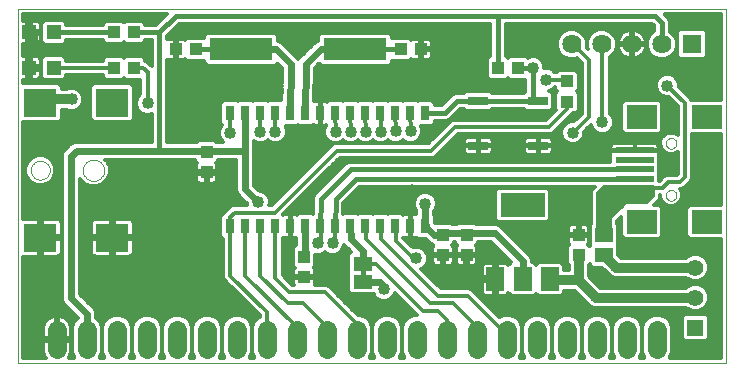
<source format=gtl>
G75*
G70*
%OFA0B0*%
%FSLAX24Y24*%
%IPPOS*%
%LPD*%
%AMOC8*
5,1,8,0,0,1.08239X$1,22.5*
%
%ADD10C,0.0000*%
%ADD11R,0.0300X0.0500*%
%ADD12R,0.0640X0.0640*%
%ADD13C,0.0640*%
%ADD14R,0.0984X0.0787*%
%ADD15R,0.1299X0.0197*%
%ADD16R,0.2100X0.0760*%
%ADD17R,0.0433X0.0394*%
%ADD18R,0.0394X0.0433*%
%ADD19R,0.0591X0.0787*%
%ADD20R,0.1496X0.0787*%
%ADD21R,0.0591X0.0512*%
%ADD22R,0.1102X0.0945*%
%ADD23R,0.0650X0.0300*%
%ADD24C,0.0640*%
%ADD25R,0.0630X0.0460*%
%ADD26R,0.0472X0.0472*%
%ADD27R,0.0555X0.0555*%
%ADD28C,0.0555*%
%ADD29C,0.0120*%
%ADD30C,0.0400*%
%ADD31C,0.0160*%
%ADD32C,0.0100*%
%ADD33C,0.0320*%
%ADD34C,0.0240*%
D10*
X001351Y000161D02*
X024973Y000161D01*
X024973Y011972D01*
X001351Y011972D01*
X001351Y000161D01*
X001790Y006591D02*
X001792Y006626D01*
X001798Y006661D01*
X001808Y006695D01*
X001821Y006728D01*
X001838Y006759D01*
X001859Y006787D01*
X001882Y006814D01*
X001909Y006837D01*
X001937Y006858D01*
X001968Y006875D01*
X002001Y006888D01*
X002035Y006898D01*
X002070Y006904D01*
X002105Y006906D01*
X002140Y006904D01*
X002175Y006898D01*
X002209Y006888D01*
X002242Y006875D01*
X002273Y006858D01*
X002301Y006837D01*
X002328Y006814D01*
X002351Y006787D01*
X002372Y006759D01*
X002389Y006728D01*
X002402Y006695D01*
X002412Y006661D01*
X002418Y006626D01*
X002420Y006591D01*
X002418Y006556D01*
X002412Y006521D01*
X002402Y006487D01*
X002389Y006454D01*
X002372Y006423D01*
X002351Y006395D01*
X002328Y006368D01*
X002301Y006345D01*
X002273Y006324D01*
X002242Y006307D01*
X002209Y006294D01*
X002175Y006284D01*
X002140Y006278D01*
X002105Y006276D01*
X002070Y006278D01*
X002035Y006284D01*
X002001Y006294D01*
X001968Y006307D01*
X001937Y006324D01*
X001909Y006345D01*
X001882Y006368D01*
X001859Y006395D01*
X001838Y006423D01*
X001821Y006454D01*
X001808Y006487D01*
X001798Y006521D01*
X001792Y006556D01*
X001790Y006591D01*
X003522Y006591D02*
X003524Y006628D01*
X003530Y006665D01*
X003539Y006700D01*
X003553Y006735D01*
X003569Y006768D01*
X003590Y006799D01*
X003613Y006828D01*
X003639Y006854D01*
X003668Y006877D01*
X003699Y006898D01*
X003732Y006914D01*
X003767Y006928D01*
X003802Y006937D01*
X003839Y006943D01*
X003876Y006945D01*
X003913Y006943D01*
X003950Y006937D01*
X003985Y006928D01*
X004020Y006914D01*
X004053Y006898D01*
X004084Y006877D01*
X004113Y006854D01*
X004139Y006828D01*
X004162Y006799D01*
X004183Y006768D01*
X004199Y006735D01*
X004213Y006700D01*
X004222Y006665D01*
X004228Y006628D01*
X004230Y006591D01*
X004228Y006554D01*
X004222Y006517D01*
X004213Y006482D01*
X004199Y006447D01*
X004183Y006414D01*
X004162Y006383D01*
X004139Y006354D01*
X004113Y006328D01*
X004084Y006305D01*
X004053Y006284D01*
X004020Y006268D01*
X003985Y006254D01*
X003950Y006245D01*
X003913Y006239D01*
X003876Y006237D01*
X003839Y006239D01*
X003802Y006245D01*
X003767Y006254D01*
X003732Y006268D01*
X003699Y006284D01*
X003668Y006305D01*
X003639Y006328D01*
X003613Y006354D01*
X003590Y006383D01*
X003569Y006414D01*
X003553Y006447D01*
X003539Y006482D01*
X003530Y006517D01*
X003524Y006554D01*
X003522Y006591D01*
X022955Y005755D02*
X022957Y005781D01*
X022963Y005807D01*
X022973Y005832D01*
X022986Y005855D01*
X023002Y005875D01*
X023022Y005893D01*
X023044Y005908D01*
X023067Y005920D01*
X023093Y005928D01*
X023119Y005932D01*
X023145Y005932D01*
X023171Y005928D01*
X023197Y005920D01*
X023221Y005908D01*
X023242Y005893D01*
X023262Y005875D01*
X023278Y005855D01*
X023291Y005832D01*
X023301Y005807D01*
X023307Y005781D01*
X023309Y005755D01*
X023307Y005729D01*
X023301Y005703D01*
X023291Y005678D01*
X023278Y005655D01*
X023262Y005635D01*
X023242Y005617D01*
X023220Y005602D01*
X023197Y005590D01*
X023171Y005582D01*
X023145Y005578D01*
X023119Y005578D01*
X023093Y005582D01*
X023067Y005590D01*
X023043Y005602D01*
X023022Y005617D01*
X023002Y005635D01*
X022986Y005655D01*
X022973Y005678D01*
X022963Y005703D01*
X022957Y005729D01*
X022955Y005755D01*
X022955Y007487D02*
X022957Y007513D01*
X022963Y007539D01*
X022973Y007564D01*
X022986Y007587D01*
X023002Y007607D01*
X023022Y007625D01*
X023044Y007640D01*
X023067Y007652D01*
X023093Y007660D01*
X023119Y007664D01*
X023145Y007664D01*
X023171Y007660D01*
X023197Y007652D01*
X023221Y007640D01*
X023242Y007625D01*
X023262Y007607D01*
X023278Y007587D01*
X023291Y007564D01*
X023301Y007539D01*
X023307Y007513D01*
X023309Y007487D01*
X023307Y007461D01*
X023301Y007435D01*
X023291Y007410D01*
X023278Y007387D01*
X023262Y007367D01*
X023242Y007349D01*
X023220Y007334D01*
X023197Y007322D01*
X023171Y007314D01*
X023145Y007310D01*
X023119Y007310D01*
X023093Y007314D01*
X023067Y007322D01*
X023043Y007334D01*
X023022Y007349D01*
X023002Y007367D01*
X022986Y007387D01*
X022973Y007410D01*
X022963Y007435D01*
X022957Y007461D01*
X022955Y007487D01*
D11*
X014939Y008490D03*
X014439Y008490D03*
X013939Y008490D03*
X013439Y008490D03*
X012939Y008490D03*
X012439Y008490D03*
X011939Y008490D03*
X011439Y008490D03*
X010939Y008490D03*
X010439Y008490D03*
X009939Y008490D03*
X009439Y008490D03*
X008939Y008490D03*
X008439Y008490D03*
X008439Y004726D03*
X008939Y004726D03*
X009439Y004726D03*
X009939Y004726D03*
X010439Y004726D03*
X010939Y004726D03*
X011439Y004726D03*
X011939Y004726D03*
X012439Y004726D03*
X012939Y004726D03*
X013439Y004726D03*
X013939Y004726D03*
X014439Y004726D03*
X014939Y004726D03*
D12*
X023823Y010791D03*
D13*
X022823Y010791D03*
X021823Y010791D03*
X020823Y010791D03*
X019823Y010791D03*
D14*
X022147Y008373D03*
X024313Y008373D03*
X024313Y004869D03*
X022147Y004869D03*
D15*
X021911Y005991D03*
X021911Y006306D03*
X021911Y006621D03*
X021911Y006936D03*
X021911Y007251D03*
D16*
X012601Y010621D03*
X008801Y010621D03*
D17*
X007285Y010621D03*
X006616Y010621D03*
X014116Y010621D03*
X014785Y010621D03*
X019658Y009551D03*
X019658Y008882D03*
D18*
X018024Y010004D03*
X017354Y010004D03*
X007650Y007189D03*
X007650Y006520D03*
X010898Y003695D03*
X010898Y003025D03*
X015524Y003764D03*
X016311Y003764D03*
X016311Y004433D03*
X015524Y004433D03*
X020051Y004433D03*
X020051Y003764D03*
X005229Y010004D03*
X004559Y010004D03*
X004559Y011185D03*
X005229Y011185D03*
D19*
X017276Y002957D03*
X018181Y002957D03*
X019087Y002957D03*
D20*
X018181Y005437D03*
D21*
X020888Y004433D03*
X020888Y003764D03*
D22*
X004506Y004347D03*
X002105Y004347D03*
X002105Y008835D03*
X004506Y008835D03*
D23*
X016701Y008901D03*
X018701Y008901D03*
X018701Y007401D03*
X016701Y007401D03*
D24*
X016662Y001269D02*
X016662Y000629D01*
X017662Y000629D02*
X017662Y001269D01*
X018662Y001269D02*
X018662Y000629D01*
X019662Y000629D02*
X019662Y001269D01*
X020662Y001269D02*
X020662Y000629D01*
X021662Y000629D02*
X021662Y001269D01*
X022662Y001269D02*
X022662Y000629D01*
X015662Y000629D02*
X015662Y001269D01*
X014662Y001269D02*
X014662Y000629D01*
X013662Y000629D02*
X013662Y001269D01*
X012662Y001269D02*
X012662Y000629D01*
X011662Y000629D02*
X011662Y001269D01*
X010662Y001269D02*
X010662Y000629D01*
X009662Y000629D02*
X009662Y001269D01*
X008662Y001269D02*
X008662Y000629D01*
X007662Y000629D02*
X007662Y001269D01*
X006662Y001269D02*
X006662Y000629D01*
X005662Y000629D02*
X005662Y001269D01*
X004662Y001269D02*
X004662Y000629D01*
X003662Y000629D02*
X003662Y001269D01*
X002662Y001269D02*
X002662Y000629D01*
D25*
X012851Y002861D03*
X012851Y003461D03*
D26*
X002551Y010004D03*
X001725Y010004D03*
X001725Y011185D03*
X002551Y011185D03*
D27*
X023939Y001342D03*
D28*
X023939Y002342D03*
X023939Y003342D03*
D29*
X024397Y003362D02*
X024793Y003362D01*
X024793Y003480D02*
X024377Y003480D01*
X024397Y003433D02*
X024327Y003601D01*
X024198Y003730D01*
X024030Y003800D01*
X023848Y003800D01*
X023680Y003730D01*
X023632Y003682D01*
X021450Y003682D01*
X021363Y003769D01*
X021363Y004094D01*
X021359Y004098D01*
X021363Y004102D01*
X021363Y004763D01*
X021325Y004802D01*
X021325Y004885D01*
X021475Y005035D01*
X021475Y004401D01*
X021581Y004296D01*
X022714Y004296D01*
X022819Y004401D01*
X022819Y005338D01*
X022714Y005443D01*
X022572Y005443D01*
X022715Y005586D01*
X022752Y005675D01*
X022752Y005761D01*
X022774Y005761D01*
X022774Y005684D01*
X022829Y005553D01*
X022929Y005452D01*
X023061Y005398D01*
X023203Y005398D01*
X023334Y005452D01*
X023434Y005553D01*
X023489Y005684D01*
X023489Y005826D01*
X023437Y005951D01*
X023469Y005951D01*
X023558Y005988D01*
X023738Y006168D01*
X023805Y006235D01*
X023842Y006324D01*
X023842Y007800D01*
X024793Y007800D01*
X024793Y005443D01*
X023746Y005443D01*
X023641Y005338D01*
X023641Y004401D01*
X023746Y004296D01*
X024793Y004296D01*
X024793Y000341D01*
X023081Y000341D01*
X023085Y000345D01*
X023162Y000529D01*
X023162Y001368D01*
X023085Y001552D01*
X022945Y001693D01*
X022761Y001769D01*
X022562Y001769D01*
X022378Y001693D01*
X022238Y001552D01*
X022162Y001368D01*
X022162Y000529D01*
X022238Y000345D01*
X022242Y000341D01*
X022081Y000341D01*
X022085Y000345D01*
X022162Y000529D01*
X022162Y001368D01*
X022085Y001552D01*
X021945Y001693D01*
X021761Y001769D01*
X021562Y001769D01*
X021378Y001693D01*
X021238Y001552D01*
X021162Y001368D01*
X021162Y000529D01*
X021238Y000345D01*
X021242Y000341D01*
X021081Y000341D01*
X021085Y000345D01*
X021162Y000529D01*
X021162Y001368D01*
X021085Y001552D01*
X020945Y001693D01*
X020761Y001769D01*
X020562Y001769D01*
X020378Y001693D01*
X020238Y001552D01*
X020162Y001368D01*
X020162Y000529D01*
X020238Y000345D01*
X020242Y000341D01*
X020081Y000341D01*
X020085Y000345D01*
X020162Y000529D01*
X020162Y001368D01*
X020085Y001552D01*
X019945Y001693D01*
X019761Y001769D01*
X019562Y001769D01*
X019378Y001693D01*
X019238Y001552D01*
X019162Y001368D01*
X019162Y000529D01*
X019238Y000345D01*
X019242Y000341D01*
X019081Y000341D01*
X019085Y000345D01*
X019162Y000529D01*
X019162Y001368D01*
X019085Y001552D01*
X018945Y001693D01*
X018761Y001769D01*
X018562Y001769D01*
X018378Y001693D01*
X018238Y001552D01*
X018162Y001368D01*
X018162Y000529D01*
X018238Y000345D01*
X018242Y000341D01*
X018081Y000341D01*
X018085Y000345D01*
X018162Y000529D01*
X018162Y001368D01*
X018085Y001552D01*
X017945Y001693D01*
X017761Y001769D01*
X017562Y001769D01*
X017400Y001701D01*
X016554Y002547D01*
X016486Y002615D01*
X016398Y002651D01*
X015450Y002651D01*
X014793Y003308D01*
X014853Y003333D01*
X014960Y003440D01*
X015018Y003580D01*
X015018Y003731D01*
X014960Y003871D01*
X014853Y003977D01*
X014714Y004035D01*
X014562Y004035D01*
X014517Y004017D01*
X014201Y004333D01*
X014207Y004339D01*
X014227Y004327D01*
X014268Y004316D01*
X014424Y004316D01*
X014424Y004711D01*
X014454Y004711D01*
X014454Y004316D01*
X014610Y004316D01*
X014651Y004327D01*
X014672Y004339D01*
X014715Y004296D01*
X014945Y004296D01*
X015062Y004179D01*
X015147Y004144D01*
X015147Y004142D01*
X015205Y004084D01*
X015199Y004078D01*
X015178Y004042D01*
X015167Y004001D01*
X015167Y003802D01*
X015485Y003802D01*
X015485Y003725D01*
X015167Y003725D01*
X015167Y003526D01*
X015178Y003485D01*
X015199Y003449D01*
X015229Y003419D01*
X015265Y003398D01*
X015306Y003387D01*
X015485Y003387D01*
X015485Y003725D01*
X015562Y003725D01*
X015562Y003387D01*
X015742Y003387D01*
X015782Y003398D01*
X015819Y003419D01*
X015849Y003449D01*
X015870Y003485D01*
X015881Y003526D01*
X015881Y003725D01*
X015562Y003725D01*
X015562Y003802D01*
X015881Y003802D01*
X015881Y004001D01*
X015870Y004042D01*
X015849Y004078D01*
X015843Y004084D01*
X015901Y004142D01*
X015901Y004192D01*
X015934Y004192D01*
X015934Y004142D01*
X015992Y004084D01*
X015986Y004078D01*
X015965Y004042D01*
X015954Y004001D01*
X015954Y003802D01*
X016272Y003802D01*
X016272Y003725D01*
X015954Y003725D01*
X015954Y003526D01*
X015965Y003485D01*
X015986Y003449D01*
X016016Y003419D01*
X016053Y003398D01*
X016093Y003387D01*
X016273Y003387D01*
X016273Y003725D01*
X016350Y003725D01*
X016350Y003802D01*
X016668Y003802D01*
X016668Y004001D01*
X016657Y004042D01*
X016636Y004078D01*
X016630Y004084D01*
X016688Y004142D01*
X016688Y004192D01*
X017122Y004192D01*
X017798Y003516D01*
X017710Y003429D01*
X017699Y003448D01*
X017669Y003478D01*
X017633Y003499D01*
X017592Y003510D01*
X017336Y003510D01*
X017336Y003017D01*
X017216Y003017D01*
X017216Y003510D01*
X016959Y003510D01*
X016919Y003499D01*
X016882Y003478D01*
X016852Y003448D01*
X016831Y003412D01*
X016820Y003371D01*
X016820Y003016D01*
X017216Y003016D01*
X017216Y002897D01*
X016820Y002897D01*
X016820Y002542D01*
X016831Y002501D01*
X016852Y002465D01*
X016882Y002435D01*
X016919Y002414D01*
X016959Y002403D01*
X017216Y002403D01*
X017216Y002896D01*
X017336Y002896D01*
X017336Y002403D01*
X017592Y002403D01*
X017633Y002414D01*
X017669Y002435D01*
X017699Y002465D01*
X017710Y002484D01*
X017811Y002383D01*
X018551Y002383D01*
X018634Y002466D01*
X018717Y002383D01*
X019457Y002383D01*
X019562Y002488D01*
X019562Y002577D01*
X019911Y002577D01*
X020434Y002054D01*
X020558Y002002D01*
X020694Y002002D01*
X023632Y002002D01*
X023680Y001955D01*
X023848Y001885D01*
X024030Y001885D01*
X024198Y001955D01*
X024327Y002083D01*
X024397Y002251D01*
X024397Y002433D01*
X024327Y002601D01*
X024198Y002730D01*
X024030Y002800D01*
X023848Y002800D01*
X023680Y002730D01*
X023632Y002682D01*
X020767Y002682D01*
X020391Y003058D01*
X020391Y003436D01*
X020413Y003457D01*
X020413Y003433D01*
X020518Y003328D01*
X020843Y003328D01*
X021117Y003054D01*
X021242Y003002D01*
X021377Y003002D01*
X023632Y003002D01*
X023680Y002955D01*
X023848Y002885D01*
X024030Y002885D01*
X024198Y002955D01*
X024327Y003083D01*
X024397Y003251D01*
X024397Y003433D01*
X024328Y003599D02*
X024793Y003599D01*
X024793Y003718D02*
X024211Y003718D01*
X024793Y003836D02*
X021363Y003836D01*
X021363Y003955D02*
X024793Y003955D01*
X024793Y004073D02*
X021363Y004073D01*
X021363Y004192D02*
X024793Y004192D01*
X023731Y004310D02*
X022729Y004310D01*
X022819Y004429D02*
X023641Y004429D01*
X023641Y004547D02*
X022819Y004547D01*
X022819Y004666D02*
X023641Y004666D01*
X023641Y004784D02*
X022819Y004784D01*
X022819Y004903D02*
X023641Y004903D01*
X023641Y005022D02*
X022819Y005022D01*
X022819Y005140D02*
X023641Y005140D01*
X023641Y005259D02*
X022819Y005259D01*
X022780Y005377D02*
X023680Y005377D01*
X023377Y005496D02*
X024793Y005496D01*
X024793Y005614D02*
X023460Y005614D01*
X023489Y005733D02*
X024793Y005733D01*
X024793Y005851D02*
X023478Y005851D01*
X023514Y005970D02*
X024793Y005970D01*
X024793Y006088D02*
X023658Y006088D01*
X023777Y006207D02*
X024793Y006207D01*
X024793Y006326D02*
X023842Y006326D01*
X023842Y006444D02*
X024793Y006444D01*
X024793Y006563D02*
X023842Y006563D01*
X023842Y006681D02*
X024793Y006681D01*
X024793Y006800D02*
X023842Y006800D01*
X023842Y006918D02*
X024793Y006918D01*
X024793Y007037D02*
X023842Y007037D01*
X023842Y007155D02*
X024793Y007155D01*
X024793Y007274D02*
X023842Y007274D01*
X023842Y007392D02*
X024793Y007392D01*
X024793Y007511D02*
X023842Y007511D01*
X023842Y007629D02*
X024793Y007629D01*
X024793Y007748D02*
X023842Y007748D01*
X023362Y007762D02*
X023334Y007790D01*
X023203Y007845D01*
X023061Y007845D01*
X022929Y007790D01*
X022829Y007690D01*
X022774Y007558D01*
X022774Y007416D01*
X022829Y007285D01*
X022929Y007185D01*
X023061Y007130D01*
X023203Y007130D01*
X023334Y007185D01*
X023362Y007212D01*
X023362Y006471D01*
X023322Y006431D01*
X022994Y006431D01*
X022906Y006395D01*
X022838Y006327D01*
X022752Y006241D01*
X022741Y006241D01*
X022741Y006479D01*
X022741Y006763D01*
X022741Y007109D01*
X022720Y007130D01*
X022721Y007132D01*
X022721Y007251D01*
X021912Y007251D01*
X021912Y007251D01*
X022721Y007251D01*
X022721Y007371D01*
X022710Y007411D01*
X022689Y007448D01*
X022659Y007478D01*
X022623Y007499D01*
X022582Y007510D01*
X021911Y007510D01*
X021240Y007510D01*
X021200Y007499D01*
X021163Y007478D01*
X021134Y007448D01*
X021112Y007411D01*
X021102Y007371D01*
X021102Y007251D01*
X021102Y007132D01*
X021102Y007130D01*
X021082Y007109D01*
X021082Y006881D01*
X012502Y006881D01*
X012399Y006881D01*
X012303Y006842D01*
X011268Y005807D01*
X011232Y005771D01*
X011231Y005770D01*
X011230Y005769D01*
X011211Y005723D01*
X011191Y005676D01*
X011191Y005674D01*
X011191Y005673D01*
X011191Y005624D01*
X011184Y005135D01*
X011164Y005156D01*
X010715Y005156D01*
X010672Y005113D01*
X010651Y005125D01*
X010610Y005136D01*
X010454Y005136D01*
X010454Y004741D01*
X010424Y004741D01*
X010424Y005136D01*
X010268Y005136D01*
X010227Y005125D01*
X010207Y005113D01*
X010196Y005124D01*
X012080Y007008D01*
X015082Y007008D01*
X015178Y007008D01*
X015266Y007044D01*
X016017Y007795D01*
X019019Y007795D01*
X019115Y007795D01*
X019203Y007832D01*
X019794Y008422D01*
X019861Y008490D01*
X019867Y008505D01*
X019949Y008505D01*
X020054Y008610D01*
X020054Y009153D01*
X019991Y009216D01*
X020054Y009280D01*
X020054Y009822D01*
X019949Y009928D01*
X019367Y009928D01*
X019289Y009850D01*
X019266Y009850D01*
X019184Y009932D01*
X019044Y009990D01*
X018906Y009990D01*
X018906Y010079D01*
X018848Y010219D01*
X018741Y010326D01*
X018601Y010384D01*
X018450Y010384D01*
X018352Y010343D01*
X018295Y010400D01*
X017752Y010400D01*
X017689Y010337D01*
X017626Y010400D01*
X017614Y010400D01*
X017614Y011466D01*
X022503Y011466D01*
X022563Y011406D01*
X022563Y011225D01*
X022540Y011215D01*
X022399Y011074D01*
X022323Y010891D01*
X022323Y010692D01*
X022399Y010508D01*
X022540Y010367D01*
X022724Y010291D01*
X022922Y010291D01*
X023106Y010367D01*
X023247Y010508D01*
X023323Y010692D01*
X023323Y010891D01*
X023247Y011074D01*
X023106Y011215D01*
X023083Y011225D01*
X023083Y011462D01*
X023083Y011565D01*
X023043Y011661D01*
X022912Y011792D01*
X024793Y011792D01*
X024793Y008947D01*
X023807Y008947D01*
X023805Y008952D01*
X023384Y009373D01*
X023384Y009489D01*
X023326Y009628D01*
X023219Y009735D01*
X023080Y009793D01*
X022928Y009793D01*
X022789Y009735D01*
X022682Y009628D01*
X022624Y009489D01*
X022624Y009338D01*
X022682Y009198D01*
X022789Y009091D01*
X022928Y009033D01*
X023045Y009033D01*
X023362Y008716D01*
X023362Y007762D01*
X023362Y007867D02*
X022781Y007867D01*
X022819Y007905D02*
X022819Y008841D01*
X022714Y008947D01*
X021581Y008947D01*
X021475Y008841D01*
X021475Y007905D01*
X021581Y007800D01*
X022714Y007800D01*
X022819Y007905D01*
X022819Y007985D02*
X023362Y007985D01*
X023362Y008104D02*
X022819Y008104D01*
X022819Y008222D02*
X023362Y008222D01*
X023362Y008341D02*
X022819Y008341D01*
X022819Y008459D02*
X023362Y008459D01*
X023362Y008578D02*
X022819Y008578D01*
X022819Y008696D02*
X023362Y008696D01*
X023263Y008815D02*
X022819Y008815D01*
X022727Y008933D02*
X023144Y008933D01*
X022883Y009052D02*
X021079Y009052D01*
X021079Y008933D02*
X021567Y008933D01*
X021475Y008815D02*
X021079Y008815D01*
X021079Y008696D02*
X021475Y008696D01*
X021475Y008578D02*
X021079Y008578D01*
X021079Y008480D02*
X021079Y010356D01*
X021620Y010356D01*
X021639Y010346D02*
X021571Y010381D01*
X021510Y010425D01*
X021457Y010478D01*
X021412Y010540D01*
X021378Y010607D01*
X021355Y010679D01*
X021343Y010751D01*
X021783Y010751D01*
X021863Y010751D01*
X021863Y010312D01*
X021935Y010323D01*
X022007Y010346D01*
X022075Y010381D01*
X022136Y010425D01*
X022189Y010478D01*
X022234Y010540D01*
X022268Y010607D01*
X022291Y010679D01*
X022303Y010751D01*
X021863Y010751D01*
X021863Y010831D01*
X022303Y010831D01*
X022291Y010904D01*
X022268Y010975D01*
X022234Y011043D01*
X022189Y011104D01*
X022136Y011157D01*
X022075Y011202D01*
X022007Y011236D01*
X021935Y011259D01*
X021863Y011271D01*
X021863Y010831D01*
X021783Y010831D01*
X021783Y010751D01*
X021783Y010312D01*
X021711Y010323D01*
X021639Y010346D01*
X021783Y010356D02*
X021863Y010356D01*
X021863Y010475D02*
X021783Y010475D01*
X021783Y010593D02*
X021863Y010593D01*
X021863Y010712D02*
X021783Y010712D01*
X021783Y010830D02*
X021323Y010830D01*
X021343Y010831D02*
X021783Y010831D01*
X021783Y011271D01*
X021711Y011259D01*
X021639Y011236D01*
X021571Y011202D01*
X021510Y011157D01*
X021457Y011104D01*
X021412Y011043D01*
X021378Y010975D01*
X021355Y010904D01*
X021343Y010831D01*
X021323Y010891D02*
X021323Y010692D01*
X021247Y010508D01*
X021106Y010367D01*
X021079Y010356D01*
X021079Y010237D02*
X024793Y010237D01*
X024793Y010119D02*
X021079Y010119D01*
X021079Y010000D02*
X024793Y010000D01*
X024793Y009882D02*
X021079Y009882D01*
X021079Y009763D02*
X022856Y009763D01*
X022698Y009645D02*
X021079Y009645D01*
X021079Y009526D02*
X022640Y009526D01*
X022624Y009408D02*
X021079Y009408D01*
X021079Y009289D02*
X022644Y009289D01*
X022709Y009171D02*
X021079Y009171D01*
X020156Y009171D02*
X020037Y009171D01*
X020054Y009289D02*
X020156Y009289D01*
X020156Y009408D02*
X020054Y009408D01*
X020054Y009526D02*
X020156Y009526D01*
X020156Y009645D02*
X020054Y009645D01*
X020054Y009763D02*
X020156Y009763D01*
X020156Y009882D02*
X019995Y009882D01*
X020156Y010000D02*
X018906Y010000D01*
X018889Y010119D02*
X020156Y010119D01*
X020156Y010150D02*
X020156Y008479D01*
X019895Y008218D01*
X019779Y008218D01*
X019639Y008161D01*
X019532Y008054D01*
X019474Y007914D01*
X019474Y007763D01*
X019532Y007623D01*
X019639Y007516D01*
X019779Y007458D01*
X019930Y007458D01*
X020070Y007516D01*
X020177Y007623D01*
X020234Y007763D01*
X020234Y007879D01*
X020460Y008104D01*
X020459Y008104D01*
X020460Y008104D02*
X020517Y007968D01*
X020623Y007861D01*
X020763Y007803D01*
X020914Y007803D01*
X021054Y007861D01*
X021161Y007968D01*
X021219Y008107D01*
X021219Y008259D01*
X021161Y008398D01*
X021079Y008480D01*
X021100Y008459D02*
X021475Y008459D01*
X021475Y008341D02*
X021185Y008341D01*
X021219Y008222D02*
X021475Y008222D01*
X021475Y008104D02*
X021217Y008104D01*
X021168Y007985D02*
X021475Y007985D01*
X021514Y007867D02*
X021060Y007867D01*
X020618Y007867D02*
X020234Y007867D01*
X020228Y007748D02*
X022887Y007748D01*
X022804Y007629D02*
X020179Y007629D01*
X020057Y007511D02*
X022774Y007511D01*
X022784Y007392D02*
X022715Y007392D01*
X022721Y007274D02*
X022840Y007274D01*
X022721Y007155D02*
X023000Y007155D01*
X023263Y007155D02*
X023362Y007155D01*
X023362Y007037D02*
X022741Y007037D01*
X022741Y006918D02*
X023362Y006918D01*
X023362Y006800D02*
X022741Y006800D01*
X022741Y006681D02*
X023362Y006681D01*
X023362Y006563D02*
X022741Y006563D01*
X022741Y006444D02*
X023335Y006444D01*
X023422Y006191D02*
X023602Y006371D01*
X023602Y008816D01*
X023004Y009413D01*
X023384Y009408D02*
X024793Y009408D01*
X024793Y009526D02*
X023369Y009526D01*
X023310Y009645D02*
X024793Y009645D01*
X024793Y009763D02*
X023152Y009763D01*
X023468Y009289D02*
X024793Y009289D01*
X024793Y009171D02*
X023586Y009171D01*
X023705Y009052D02*
X024793Y009052D01*
X024218Y010291D02*
X023428Y010291D01*
X023323Y010397D01*
X023323Y011186D01*
X023135Y011186D01*
X023083Y011304D02*
X024793Y011304D01*
X024793Y011186D02*
X024323Y011186D01*
X024218Y011291D01*
X023428Y011291D01*
X023323Y011186D01*
X023323Y011067D02*
X023250Y011067D01*
X023299Y010949D02*
X023323Y010949D01*
X023323Y010830D02*
X023323Y010830D01*
X023323Y010712D02*
X023323Y010712D01*
X023323Y010593D02*
X023282Y010593D01*
X023323Y010475D02*
X023213Y010475D01*
X023079Y010356D02*
X023364Y010356D01*
X022567Y010356D02*
X022026Y010356D01*
X022185Y010475D02*
X022433Y010475D01*
X022364Y010593D02*
X022261Y010593D01*
X022296Y010712D02*
X022323Y010712D01*
X022323Y010830D02*
X021863Y010830D01*
X021863Y010949D02*
X021783Y010949D01*
X021783Y011067D02*
X021863Y011067D01*
X021863Y011186D02*
X021783Y011186D01*
X021550Y011186D02*
X021135Y011186D01*
X021106Y011215D02*
X020922Y011291D01*
X020724Y011291D01*
X020540Y011215D01*
X020399Y011074D01*
X020323Y010891D01*
X020247Y011074D01*
X020106Y011215D01*
X019922Y011291D01*
X019724Y011291D01*
X019540Y011215D01*
X019399Y011074D01*
X019323Y010891D01*
X019323Y010692D01*
X019399Y010508D01*
X019540Y010367D01*
X019724Y010291D01*
X019922Y010291D01*
X019988Y010318D01*
X020156Y010150D01*
X020069Y010237D02*
X018829Y010237D01*
X018668Y010356D02*
X019567Y010356D01*
X019433Y010475D02*
X017614Y010475D01*
X017614Y010593D02*
X019364Y010593D01*
X019323Y010712D02*
X017614Y010712D01*
X017614Y010830D02*
X019323Y010830D01*
X019347Y010949D02*
X017614Y010949D01*
X017614Y011067D02*
X019396Y011067D01*
X019511Y011186D02*
X017614Y011186D01*
X017614Y011304D02*
X022563Y011304D01*
X022546Y011423D02*
X017614Y011423D01*
X017094Y011423D02*
X006681Y011423D01*
X006724Y011466D02*
X017094Y011466D01*
X017094Y010400D01*
X017083Y010400D01*
X016978Y010295D01*
X016978Y009713D01*
X017083Y009607D01*
X017626Y009607D01*
X017689Y009671D01*
X017752Y009607D01*
X018266Y009607D01*
X018266Y009196D01*
X018231Y009161D01*
X017170Y009161D01*
X017100Y009231D01*
X016301Y009231D01*
X016231Y009161D01*
X016048Y009161D01*
X015944Y009161D01*
X015849Y009122D01*
X015477Y008750D01*
X015269Y008750D01*
X015269Y008815D01*
X015542Y008815D01*
X015661Y008933D02*
X011242Y008933D01*
X011242Y008893D02*
X011250Y009996D01*
X011395Y010142D01*
X011476Y010061D01*
X013725Y010061D01*
X013831Y010167D01*
X013831Y010244D01*
X014407Y010244D01*
X014465Y010302D01*
X014470Y010296D01*
X014507Y010275D01*
X014548Y010264D01*
X014747Y010264D01*
X014747Y010583D01*
X014824Y010583D01*
X014824Y010660D01*
X015162Y010660D01*
X015162Y010839D01*
X015151Y010880D01*
X015130Y010916D01*
X015100Y010946D01*
X015063Y010967D01*
X015023Y010978D01*
X014824Y010978D01*
X014824Y010660D01*
X014747Y010660D01*
X014747Y010978D01*
X014548Y010978D01*
X014507Y010967D01*
X014470Y010946D01*
X014465Y010940D01*
X014407Y010998D01*
X013831Y010998D01*
X013831Y011076D01*
X013725Y011181D01*
X011476Y011181D01*
X011371Y011076D01*
X011371Y010913D01*
X011281Y010876D01*
X011196Y010791D01*
X010740Y010335D01*
X010700Y010296D01*
X010664Y010332D01*
X010622Y010374D01*
X010621Y010375D01*
X010205Y010791D01*
X010120Y010876D01*
X010031Y010913D01*
X010031Y011076D01*
X009925Y011181D01*
X007676Y011181D01*
X007571Y011076D01*
X007571Y010998D01*
X006994Y010998D01*
X006936Y010940D01*
X006931Y010946D01*
X006894Y010967D01*
X006854Y010978D01*
X006654Y010978D01*
X006654Y010660D01*
X006577Y010660D01*
X006577Y010978D01*
X006378Y010978D01*
X006338Y010967D01*
X006335Y010966D01*
X006335Y011077D01*
X006724Y011466D01*
X006562Y011304D02*
X017094Y011304D01*
X017094Y011186D02*
X006444Y011186D01*
X006335Y011067D02*
X007571Y011067D01*
X006945Y010949D02*
X006926Y010949D01*
X006654Y010949D02*
X006577Y010949D01*
X006577Y010830D02*
X006654Y010830D01*
X006654Y010712D02*
X006577Y010712D01*
X006577Y010583D02*
X006654Y010583D01*
X006654Y010264D01*
X006854Y010264D01*
X006894Y010275D01*
X006931Y010296D01*
X006936Y010302D01*
X006994Y010244D01*
X007571Y010244D01*
X007571Y010167D01*
X007676Y010061D01*
X009925Y010061D01*
X010006Y010142D01*
X010150Y009998D01*
X010142Y008920D01*
X009715Y008920D01*
X009689Y008894D01*
X009664Y008920D01*
X009215Y008920D01*
X009189Y008894D01*
X009164Y008920D01*
X008715Y008920D01*
X008689Y008894D01*
X008664Y008920D01*
X008215Y008920D01*
X008109Y008815D01*
X008109Y008165D01*
X008168Y008107D01*
X008115Y008054D01*
X008057Y007914D01*
X008057Y007763D01*
X008115Y007623D01*
X008190Y007548D01*
X007959Y007548D01*
X007921Y007585D01*
X007378Y007585D01*
X007341Y007548D01*
X006335Y007548D01*
X006335Y010277D01*
X006338Y010275D01*
X006378Y010264D01*
X006577Y010264D01*
X006577Y010583D01*
X006577Y010475D02*
X006654Y010475D01*
X006654Y010356D02*
X006577Y010356D01*
X006335Y010237D02*
X007571Y010237D01*
X007618Y010119D02*
X006335Y010119D01*
X006335Y010000D02*
X010147Y010000D01*
X010149Y009882D02*
X006335Y009882D01*
X006335Y009763D02*
X010148Y009763D01*
X010147Y009645D02*
X006335Y009645D01*
X006335Y009526D02*
X010146Y009526D01*
X010146Y009408D02*
X006335Y009408D01*
X006335Y009289D02*
X010145Y009289D01*
X010144Y009171D02*
X006335Y009171D01*
X006335Y009052D02*
X010143Y009052D01*
X010142Y008933D02*
X006335Y008933D01*
X006335Y008815D02*
X008110Y008815D01*
X008109Y008696D02*
X006335Y008696D01*
X006335Y008578D02*
X008109Y008578D01*
X008109Y008459D02*
X006335Y008459D01*
X006335Y008341D02*
X008109Y008341D01*
X008109Y008222D02*
X006335Y008222D01*
X006335Y008104D02*
X008165Y008104D01*
X008087Y007985D02*
X006335Y007985D01*
X006335Y007867D02*
X008057Y007867D01*
X008063Y007748D02*
X006335Y007748D01*
X006335Y007629D02*
X008112Y007629D01*
X008437Y007838D02*
X008437Y008429D01*
X009439Y008490D02*
X009441Y008493D01*
X009441Y007881D01*
X009691Y007594D02*
X009725Y007559D01*
X009865Y007501D01*
X010016Y007501D01*
X010156Y007559D01*
X010263Y007666D01*
X010321Y007806D01*
X010321Y007957D01*
X010278Y008060D01*
X010664Y008060D01*
X010689Y008085D01*
X010715Y008060D01*
X011164Y008060D01*
X011207Y008103D01*
X011227Y008091D01*
X011268Y008080D01*
X011424Y008080D01*
X011424Y008475D01*
X011454Y008475D01*
X011454Y008080D01*
X011610Y008080D01*
X011628Y008085D01*
X011571Y007947D01*
X011571Y007796D01*
X011628Y007656D01*
X011735Y007549D01*
X011875Y007491D01*
X012026Y007491D01*
X012166Y007549D01*
X012201Y007584D01*
X012235Y007549D01*
X012375Y007491D01*
X012526Y007491D01*
X012666Y007549D01*
X012701Y007584D01*
X012735Y007549D01*
X012875Y007491D01*
X013026Y007491D01*
X013166Y007549D01*
X013206Y007589D01*
X013235Y007559D01*
X013375Y007501D01*
X013526Y007501D01*
X013666Y007559D01*
X013706Y007599D01*
X013735Y007569D01*
X013875Y007511D01*
X014026Y007511D01*
X014166Y007569D01*
X014201Y007604D01*
X014235Y007569D01*
X014375Y007511D01*
X014526Y007511D01*
X014666Y007569D01*
X014773Y007676D01*
X014831Y007816D01*
X014831Y007967D01*
X014792Y008060D01*
X015164Y008060D01*
X015269Y008165D01*
X015269Y008230D01*
X015533Y008230D01*
X015636Y008230D01*
X015732Y008270D01*
X016104Y008641D01*
X016231Y008641D01*
X016301Y008571D01*
X017100Y008571D01*
X017170Y008641D01*
X018231Y008641D01*
X018301Y008571D01*
X019100Y008571D01*
X019206Y008677D01*
X019206Y009126D01*
X019100Y009231D01*
X019047Y009231D01*
X019184Y009288D01*
X019261Y009365D01*
X019261Y009280D01*
X019324Y009216D01*
X019261Y009153D01*
X019261Y008610D01*
X019282Y008590D01*
X018968Y008275D01*
X015870Y008275D01*
X015781Y008239D01*
X015714Y008171D01*
X015031Y007488D01*
X011933Y007488D01*
X011844Y007451D01*
X011777Y007384D01*
X009814Y005421D01*
X009740Y005421D01*
X009752Y005450D01*
X009752Y005601D01*
X009694Y005741D01*
X009587Y005848D01*
X009448Y005905D01*
X009416Y005905D01*
X009241Y006081D01*
X009241Y007188D01*
X009241Y007553D01*
X009365Y007501D01*
X009516Y007501D01*
X009656Y007559D01*
X009691Y007594D01*
X009842Y007511D02*
X009539Y007511D01*
X009342Y007511D02*
X009241Y007511D01*
X009241Y007392D02*
X011786Y007392D01*
X011827Y007511D02*
X010039Y007511D01*
X010226Y007629D02*
X011655Y007629D01*
X011590Y007748D02*
X010297Y007748D01*
X010321Y007867D02*
X011571Y007867D01*
X011586Y007985D02*
X010309Y007985D01*
X009941Y007881D02*
X009941Y008493D01*
X009939Y008490D01*
X011242Y008893D02*
X011268Y008900D01*
X011424Y008900D01*
X011424Y008505D01*
X011454Y008505D01*
X011454Y008900D01*
X011610Y008900D01*
X011651Y008889D01*
X011672Y008877D01*
X011715Y008920D01*
X012164Y008920D01*
X012189Y008894D01*
X012215Y008920D01*
X012664Y008920D01*
X012689Y008894D01*
X012715Y008920D01*
X013164Y008920D01*
X013189Y008894D01*
X013215Y008920D01*
X013664Y008920D01*
X013689Y008894D01*
X013715Y008920D01*
X014164Y008920D01*
X014189Y008894D01*
X014215Y008920D01*
X014664Y008920D01*
X014689Y008894D01*
X014715Y008920D01*
X015164Y008920D01*
X015269Y008815D01*
X015779Y009052D02*
X011243Y009052D01*
X011244Y009171D02*
X016240Y009171D01*
X017161Y009171D02*
X018240Y009171D01*
X018266Y009289D02*
X011245Y009289D01*
X011245Y009408D02*
X018266Y009408D01*
X018266Y009526D02*
X011246Y009526D01*
X011247Y009645D02*
X017046Y009645D01*
X016978Y009763D02*
X011248Y009763D01*
X011249Y009882D02*
X016978Y009882D01*
X016978Y010000D02*
X011254Y010000D01*
X011372Y010119D02*
X011418Y010119D01*
X010880Y010475D02*
X010521Y010475D01*
X010403Y010593D02*
X010998Y010593D01*
X011117Y010712D02*
X010284Y010712D01*
X010166Y010830D02*
X011235Y010830D01*
X011371Y010949D02*
X010031Y010949D01*
X010031Y011067D02*
X011371Y011067D01*
X010761Y010356D02*
X010640Y010356D01*
X010029Y010119D02*
X009983Y010119D01*
X011424Y008815D02*
X011454Y008815D01*
X011454Y008696D02*
X011424Y008696D01*
X011424Y008578D02*
X011454Y008578D01*
X011454Y008459D02*
X011424Y008459D01*
X011424Y008341D02*
X011454Y008341D01*
X011454Y008222D02*
X011424Y008222D01*
X011424Y008104D02*
X011454Y008104D01*
X011951Y007871D02*
X011939Y008490D01*
X012439Y008490D02*
X012451Y007871D01*
X012951Y007871D02*
X012939Y008490D01*
X013451Y008291D02*
X013451Y007881D01*
X013951Y007891D02*
X013939Y008490D01*
X013951Y008621D01*
X014439Y008490D02*
X014451Y007891D01*
X014802Y007748D02*
X015291Y007748D01*
X015409Y007867D02*
X014831Y007867D01*
X014823Y007985D02*
X015528Y007985D01*
X015646Y008104D02*
X015207Y008104D01*
X015269Y008222D02*
X015765Y008222D01*
X015803Y008341D02*
X019033Y008341D01*
X019152Y008459D02*
X015922Y008459D01*
X016040Y008578D02*
X016294Y008578D01*
X017107Y008578D02*
X018294Y008578D01*
X019107Y008578D02*
X019270Y008578D01*
X019261Y008696D02*
X019206Y008696D01*
X019206Y008815D02*
X019261Y008815D01*
X019261Y008933D02*
X019206Y008933D01*
X019206Y009052D02*
X019261Y009052D01*
X019279Y009171D02*
X019161Y009171D01*
X019185Y009289D02*
X019261Y009289D01*
X019461Y009610D02*
X018969Y009610D01*
X019461Y009610D02*
X019658Y009551D01*
X019321Y009882D02*
X019234Y009882D01*
X018383Y010356D02*
X018339Y010356D01*
X017708Y010356D02*
X017670Y010356D01*
X017094Y010475D02*
X015162Y010475D01*
X015162Y010403D02*
X015162Y010583D01*
X014824Y010583D01*
X014824Y010264D01*
X015023Y010264D01*
X015063Y010275D01*
X015100Y010296D01*
X015130Y010326D01*
X015151Y010363D01*
X015162Y010403D01*
X015147Y010356D02*
X017039Y010356D01*
X016978Y010237D02*
X013831Y010237D01*
X013783Y010119D02*
X016978Y010119D01*
X017094Y010593D02*
X014824Y010593D01*
X014824Y010475D02*
X014747Y010475D01*
X014747Y010356D02*
X014824Y010356D01*
X014824Y010712D02*
X014747Y010712D01*
X014747Y010830D02*
X014824Y010830D01*
X014824Y010949D02*
X014747Y010949D01*
X014475Y010949D02*
X014456Y010949D01*
X015095Y010949D02*
X017094Y010949D01*
X017094Y011067D02*
X013831Y011067D01*
X015162Y010830D02*
X017094Y010830D01*
X017094Y010712D02*
X015162Y010712D01*
X017663Y009645D02*
X017715Y009645D01*
X019658Y008882D02*
X019658Y008626D01*
X019067Y008035D01*
X015917Y008035D01*
X015130Y007248D01*
X011980Y007248D01*
X009914Y005181D01*
X008585Y005181D01*
X008439Y005035D01*
X008439Y004726D01*
X008439Y003073D01*
X009662Y001850D01*
X009662Y000949D01*
X009162Y000991D02*
X009162Y000991D01*
X009162Y000873D02*
X009162Y000873D01*
X009162Y000754D02*
X009162Y000754D01*
X009162Y000635D02*
X009162Y000635D01*
X009162Y000529D02*
X009162Y001368D01*
X009162Y000529D01*
X009238Y000345D01*
X009242Y000341D01*
X009081Y000341D01*
X009085Y000345D01*
X009162Y000529D01*
X009156Y000517D02*
X009167Y000517D01*
X009216Y000398D02*
X009107Y000398D01*
X008242Y000341D02*
X008081Y000341D01*
X008085Y000345D01*
X008162Y000529D01*
X008238Y000345D01*
X008242Y000341D01*
X008216Y000398D02*
X008107Y000398D01*
X008156Y000517D02*
X008167Y000517D01*
X008162Y000529D02*
X008162Y001368D01*
X008162Y000529D01*
X008162Y000635D02*
X008162Y000635D01*
X008162Y000754D02*
X008162Y000754D01*
X008162Y000873D02*
X008162Y000873D01*
X008162Y000991D02*
X008162Y000991D01*
X008162Y001110D02*
X008162Y001110D01*
X008162Y001228D02*
X008162Y001228D01*
X008162Y001347D02*
X008162Y001347D01*
X008162Y001368D02*
X008085Y001552D01*
X007945Y001693D01*
X007761Y001769D01*
X007562Y001769D01*
X007378Y001693D01*
X007238Y001552D01*
X007162Y001368D01*
X007162Y000529D01*
X007238Y000345D01*
X007242Y000341D01*
X007081Y000341D01*
X007085Y000345D01*
X007162Y000529D01*
X007162Y001368D01*
X007085Y001552D01*
X006945Y001693D01*
X006761Y001769D01*
X006562Y001769D01*
X006378Y001693D01*
X006238Y001552D01*
X006162Y001368D01*
X006162Y000529D01*
X006238Y000345D01*
X006242Y000341D01*
X006081Y000341D01*
X006085Y000345D01*
X006162Y000529D01*
X006162Y001368D01*
X006085Y001552D01*
X005945Y001693D01*
X005761Y001769D01*
X005562Y001769D01*
X005378Y001693D01*
X005238Y001552D01*
X005162Y001368D01*
X005162Y000529D01*
X005238Y000345D01*
X005242Y000341D01*
X005081Y000341D01*
X005085Y000345D01*
X005162Y000529D01*
X005162Y001368D01*
X005085Y001552D01*
X004945Y001693D01*
X004761Y001769D01*
X004562Y001769D01*
X004378Y001693D01*
X004238Y001552D01*
X004162Y001368D01*
X004162Y000529D01*
X004238Y000345D01*
X004242Y000341D01*
X004081Y000341D01*
X004085Y000345D01*
X004162Y000529D01*
X004162Y001368D01*
X004085Y001552D01*
X003962Y001676D01*
X003962Y001728D01*
X003962Y001847D01*
X003916Y001957D01*
X003422Y002451D01*
X003422Y006291D01*
X003423Y006289D01*
X003574Y006138D01*
X003770Y006057D01*
X003982Y006057D01*
X004179Y006138D01*
X004329Y006289D01*
X004411Y006485D01*
X004411Y006698D01*
X004329Y006894D01*
X004275Y006948D01*
X006015Y006948D01*
X007273Y006948D01*
X007273Y006898D01*
X007331Y006840D01*
X007325Y006834D01*
X007304Y006798D01*
X007293Y006757D01*
X007293Y006558D01*
X007611Y006558D01*
X007611Y006481D01*
X007293Y006481D01*
X007293Y006282D01*
X007304Y006241D01*
X007325Y006205D01*
X007355Y006175D01*
X007391Y006154D01*
X007432Y006143D01*
X007611Y006143D01*
X007611Y006481D01*
X007688Y006481D01*
X007688Y006143D01*
X007868Y006143D01*
X007908Y006154D01*
X007945Y006175D01*
X007975Y006205D01*
X007996Y006241D01*
X008007Y006282D01*
X008007Y006481D01*
X007688Y006481D01*
X007688Y006558D01*
X008007Y006558D01*
X008007Y006757D01*
X007996Y006798D01*
X007975Y006834D01*
X007969Y006840D01*
X008027Y006898D01*
X008027Y006948D01*
X008641Y006948D01*
X008641Y005897D01*
X008686Y005787D01*
X008771Y005703D01*
X008992Y005481D01*
X008992Y005450D01*
X009004Y005421D01*
X008537Y005421D01*
X008449Y005384D01*
X008381Y005317D01*
X008236Y005171D01*
X008229Y005156D01*
X008215Y005156D01*
X008109Y005051D01*
X008109Y004402D01*
X008199Y004312D01*
X008199Y003120D01*
X008199Y003025D01*
X008236Y002937D01*
X009422Y001751D01*
X009422Y001710D01*
X009378Y001693D01*
X009238Y001552D01*
X009162Y001368D01*
X009085Y001552D01*
X008945Y001693D01*
X008761Y001769D01*
X008562Y001769D01*
X008378Y001693D01*
X008238Y001552D01*
X008162Y001368D01*
X008202Y001465D02*
X008121Y001465D01*
X008054Y001584D02*
X008270Y001584D01*
X008402Y001702D02*
X007921Y001702D01*
X007402Y001702D02*
X006921Y001702D01*
X007054Y001584D02*
X007270Y001584D01*
X007202Y001465D02*
X007121Y001465D01*
X007162Y001347D02*
X007162Y001347D01*
X007162Y001228D02*
X007162Y001228D01*
X007162Y001110D02*
X007162Y001110D01*
X007162Y000991D02*
X007162Y000991D01*
X007162Y000873D02*
X007162Y000873D01*
X007162Y000754D02*
X007162Y000754D01*
X007162Y000635D02*
X007162Y000635D01*
X007156Y000517D02*
X007167Y000517D01*
X007216Y000398D02*
X007107Y000398D01*
X006216Y000398D02*
X006107Y000398D01*
X006156Y000517D02*
X006167Y000517D01*
X006162Y000635D02*
X006162Y000635D01*
X006162Y000754D02*
X006162Y000754D01*
X006162Y000873D02*
X006162Y000873D01*
X006162Y000991D02*
X006162Y000991D01*
X006162Y001110D02*
X006162Y001110D01*
X006162Y001228D02*
X006162Y001228D01*
X006162Y001347D02*
X006162Y001347D01*
X006121Y001465D02*
X006202Y001465D01*
X006270Y001584D02*
X006054Y001584D01*
X005921Y001702D02*
X006402Y001702D01*
X005402Y001702D02*
X004921Y001702D01*
X005054Y001584D02*
X005270Y001584D01*
X005202Y001465D02*
X005121Y001465D01*
X005162Y001347D02*
X005162Y001347D01*
X005162Y001228D02*
X005162Y001228D01*
X005162Y001110D02*
X005162Y001110D01*
X005162Y000991D02*
X005162Y000991D01*
X005162Y000873D02*
X005162Y000873D01*
X005162Y000754D02*
X005162Y000754D01*
X005162Y000635D02*
X005162Y000635D01*
X005156Y000517D02*
X005167Y000517D01*
X005216Y000398D02*
X005107Y000398D01*
X004216Y000398D02*
X004107Y000398D01*
X004156Y000517D02*
X004167Y000517D01*
X004162Y000635D02*
X004162Y000635D01*
X004162Y000754D02*
X004162Y000754D01*
X004162Y000873D02*
X004162Y000873D01*
X004162Y000991D02*
X004162Y000991D01*
X004162Y001110D02*
X004162Y001110D01*
X004162Y001228D02*
X004162Y001228D01*
X004162Y001347D02*
X004162Y001347D01*
X004121Y001465D02*
X004202Y001465D01*
X004270Y001584D02*
X004054Y001584D01*
X003962Y001702D02*
X004402Y001702D01*
X003962Y001821D02*
X009351Y001821D01*
X009402Y001702D02*
X008921Y001702D01*
X009054Y001584D02*
X009270Y001584D01*
X009202Y001465D02*
X009121Y001465D01*
X009162Y001347D02*
X009162Y001347D01*
X009162Y001228D02*
X009162Y001228D01*
X009162Y001110D02*
X009162Y001110D01*
X009233Y001939D02*
X003923Y001939D01*
X003815Y002058D02*
X009114Y002058D01*
X008996Y002176D02*
X003697Y002176D01*
X003578Y002295D02*
X008877Y002295D01*
X008759Y002414D02*
X003459Y002414D01*
X003422Y002532D02*
X008640Y002532D01*
X008522Y002651D02*
X003422Y002651D01*
X003422Y002769D02*
X008403Y002769D01*
X008285Y002888D02*
X003422Y002888D01*
X003422Y003006D02*
X008207Y003006D01*
X008199Y003125D02*
X003422Y003125D01*
X003422Y003243D02*
X008199Y003243D01*
X008199Y003362D02*
X003422Y003362D01*
X003422Y003480D02*
X008199Y003480D01*
X008199Y003599D02*
X003422Y003599D01*
X003422Y003718D02*
X003923Y003718D01*
X003934Y003715D02*
X004446Y003715D01*
X004446Y004287D01*
X004566Y004287D01*
X004566Y003715D01*
X005078Y003715D01*
X005119Y003726D01*
X005156Y003747D01*
X005185Y003776D01*
X005206Y003813D01*
X005217Y003854D01*
X005217Y004287D01*
X004566Y004287D01*
X004566Y004407D01*
X004446Y004407D01*
X004446Y004287D01*
X003795Y004287D01*
X003795Y003854D01*
X003806Y003813D01*
X003827Y003776D01*
X003857Y003747D01*
X003893Y003726D01*
X003934Y003715D01*
X003800Y003836D02*
X003422Y003836D01*
X003422Y003955D02*
X003795Y003955D01*
X003795Y004073D02*
X003422Y004073D01*
X003422Y004192D02*
X003795Y004192D01*
X003422Y004310D02*
X004446Y004310D01*
X004446Y004407D02*
X003795Y004407D01*
X003795Y004841D01*
X003806Y004881D01*
X003827Y004918D01*
X003857Y004948D01*
X003893Y004969D01*
X003934Y004980D01*
X004446Y004980D01*
X004446Y004407D01*
X004446Y004429D02*
X004566Y004429D01*
X004566Y004407D02*
X004566Y004980D01*
X005078Y004980D01*
X005119Y004969D01*
X005156Y004948D01*
X005185Y004918D01*
X005206Y004881D01*
X005217Y004841D01*
X005217Y004407D01*
X004566Y004407D01*
X004566Y004310D02*
X008199Y004310D01*
X008199Y004192D02*
X005217Y004192D01*
X005217Y004073D02*
X008199Y004073D01*
X008199Y003955D02*
X005217Y003955D01*
X005213Y003836D02*
X008199Y003836D01*
X008199Y003718D02*
X005089Y003718D01*
X004566Y003718D02*
X004446Y003718D01*
X004446Y003836D02*
X004566Y003836D01*
X004566Y003955D02*
X004446Y003955D01*
X004446Y004073D02*
X004566Y004073D01*
X004566Y004192D02*
X004446Y004192D01*
X004446Y004547D02*
X004566Y004547D01*
X004566Y004666D02*
X004446Y004666D01*
X004446Y004784D02*
X004566Y004784D01*
X004566Y004903D02*
X004446Y004903D01*
X003818Y004903D02*
X003422Y004903D01*
X003422Y004784D02*
X003795Y004784D01*
X003795Y004666D02*
X003422Y004666D01*
X003422Y004547D02*
X003795Y004547D01*
X003795Y004429D02*
X003422Y004429D01*
X002822Y004429D02*
X002816Y004429D01*
X002816Y004407D02*
X002816Y004841D01*
X002805Y004881D01*
X002784Y004918D01*
X002754Y004948D01*
X002717Y004969D01*
X002677Y004980D01*
X002164Y004980D01*
X002164Y004407D01*
X002045Y004407D01*
X002045Y004980D01*
X001532Y004980D01*
X001531Y004979D01*
X001531Y008183D01*
X002730Y008183D01*
X002836Y008288D01*
X002836Y008611D01*
X002978Y008611D01*
X003075Y008571D01*
X003226Y008571D01*
X003366Y008629D01*
X003473Y008736D01*
X003531Y008876D01*
X003531Y009027D01*
X003473Y009166D01*
X003366Y009273D01*
X003226Y009331D01*
X003075Y009331D01*
X002978Y009291D01*
X002836Y009291D01*
X002836Y009382D01*
X002730Y009488D01*
X001531Y009488D01*
X001531Y009608D01*
X001666Y009608D01*
X001666Y009945D01*
X001783Y009945D01*
X001783Y009608D01*
X001982Y009608D01*
X002023Y009618D01*
X002059Y009640D01*
X002089Y009669D01*
X002110Y009706D01*
X002121Y009746D01*
X002121Y009946D01*
X001783Y009946D01*
X001783Y010062D01*
X002121Y010062D01*
X002121Y010261D01*
X002110Y010302D01*
X002089Y010338D01*
X002059Y010368D01*
X002023Y010389D01*
X001982Y010400D01*
X001783Y010400D01*
X001783Y010062D01*
X001666Y010062D01*
X001666Y010400D01*
X001531Y010400D01*
X001531Y010789D01*
X001666Y010789D01*
X001666Y011126D01*
X001783Y011126D01*
X001783Y010789D01*
X001982Y010789D01*
X002023Y010800D01*
X002059Y010821D01*
X002089Y010850D01*
X002110Y010887D01*
X002121Y010928D01*
X002121Y011127D01*
X001783Y011127D01*
X001783Y011243D01*
X002121Y011243D01*
X002121Y011442D01*
X002110Y011483D01*
X002089Y011519D01*
X002059Y011549D01*
X002023Y011570D01*
X001982Y011581D01*
X001783Y011581D01*
X001783Y011243D01*
X001666Y011243D01*
X001666Y011581D01*
X001531Y011581D01*
X001531Y011792D01*
X006315Y011792D01*
X005967Y011445D01*
X005605Y011445D01*
X005605Y011476D01*
X005500Y011581D01*
X004957Y011581D01*
X004894Y011518D01*
X004831Y011581D01*
X004288Y011581D01*
X004182Y011476D01*
X004182Y011445D01*
X002968Y011445D01*
X002968Y011496D01*
X002862Y011601D01*
X002241Y011601D01*
X002135Y011496D01*
X002135Y010874D01*
X002241Y010769D01*
X002862Y010769D01*
X002968Y010874D01*
X002968Y010925D01*
X004182Y010925D01*
X004182Y010894D01*
X004288Y010788D01*
X004831Y010788D01*
X004894Y010852D01*
X004957Y010788D01*
X005500Y010788D01*
X005605Y010894D01*
X005605Y010925D01*
X005815Y010925D01*
X005815Y010062D01*
X005670Y010207D01*
X005605Y010234D01*
X005605Y010295D01*
X005500Y010400D01*
X004957Y010400D01*
X004894Y010337D01*
X004831Y010400D01*
X004288Y010400D01*
X004182Y010295D01*
X004182Y010244D01*
X002968Y010244D01*
X002968Y010315D01*
X002862Y010420D01*
X002241Y010420D01*
X002135Y010315D01*
X002135Y009693D01*
X002241Y009588D01*
X002862Y009588D01*
X002968Y009693D01*
X002968Y009764D01*
X004182Y009764D01*
X004182Y009713D01*
X004288Y009607D01*
X004831Y009607D01*
X004894Y009671D01*
X004957Y009607D01*
X005441Y009607D01*
X005441Y009120D01*
X005359Y009038D01*
X005301Y008898D01*
X005301Y008747D01*
X005359Y008607D01*
X005466Y008501D01*
X005606Y008443D01*
X005757Y008443D01*
X005815Y008467D01*
X005815Y007548D01*
X003259Y007548D01*
X003149Y007502D01*
X003065Y007418D01*
X003065Y007418D01*
X002952Y007305D01*
X002868Y007221D01*
X002822Y007111D01*
X002822Y002386D01*
X002822Y002267D01*
X002868Y002157D01*
X003355Y001669D01*
X003238Y001552D01*
X003162Y001368D01*
X003162Y000529D01*
X003238Y000345D01*
X003242Y000341D01*
X003046Y000341D01*
X003072Y000377D01*
X003106Y000444D01*
X003130Y000516D01*
X003142Y000591D01*
X003142Y000909D01*
X002702Y000909D01*
X002702Y000989D01*
X003142Y000989D01*
X003142Y001306D01*
X003130Y001381D01*
X003106Y001453D01*
X003072Y001520D01*
X003028Y001581D01*
X002974Y001635D01*
X002913Y001679D01*
X002846Y001713D01*
X002774Y001737D01*
X002702Y001748D01*
X002702Y000989D01*
X002621Y000989D01*
X002621Y000909D01*
X002182Y000909D01*
X002182Y000591D01*
X002193Y000516D01*
X002217Y000444D01*
X002251Y000377D01*
X002277Y000341D01*
X001531Y000341D01*
X001531Y003715D01*
X001532Y003715D01*
X002045Y003715D01*
X002045Y004287D01*
X002164Y004287D01*
X002164Y003715D01*
X002677Y003715D01*
X002717Y003726D01*
X002754Y003747D01*
X002784Y003776D01*
X002805Y003813D01*
X002816Y003854D01*
X002816Y004287D01*
X002165Y004287D01*
X002165Y004407D01*
X002816Y004407D01*
X002822Y004310D02*
X002165Y004310D01*
X002164Y004192D02*
X002045Y004192D01*
X002045Y004073D02*
X002164Y004073D01*
X002164Y003955D02*
X002045Y003955D01*
X002045Y003836D02*
X002164Y003836D01*
X002164Y003718D02*
X002045Y003718D01*
X001531Y003599D02*
X002822Y003599D01*
X002822Y003480D02*
X001531Y003480D01*
X001531Y003362D02*
X002822Y003362D01*
X002822Y003243D02*
X001531Y003243D01*
X001531Y003125D02*
X002822Y003125D01*
X002822Y003006D02*
X001531Y003006D01*
X001531Y002888D02*
X002822Y002888D01*
X002822Y002769D02*
X001531Y002769D01*
X001531Y002651D02*
X002822Y002651D01*
X002822Y002532D02*
X001531Y002532D01*
X001531Y002414D02*
X002822Y002414D01*
X002822Y002295D02*
X001531Y002295D01*
X001531Y002176D02*
X002860Y002176D01*
X002967Y002058D02*
X001531Y002058D01*
X001531Y001939D02*
X003085Y001939D01*
X003204Y001821D02*
X001531Y001821D01*
X001531Y001702D02*
X002455Y001702D01*
X002477Y001713D02*
X002410Y001679D01*
X002349Y001635D01*
X002295Y001581D01*
X002251Y001520D01*
X002217Y001453D01*
X002193Y001381D01*
X002182Y001306D01*
X002182Y000989D01*
X002621Y000989D01*
X002621Y001748D01*
X002549Y001737D01*
X002477Y001713D01*
X002621Y001702D02*
X002702Y001702D01*
X002702Y001584D02*
X002621Y001584D01*
X002621Y001465D02*
X002702Y001465D01*
X002702Y001347D02*
X002621Y001347D01*
X002621Y001228D02*
X002702Y001228D01*
X002702Y001110D02*
X002621Y001110D01*
X002621Y000991D02*
X002702Y000991D01*
X003142Y000991D02*
X003162Y000991D01*
X003162Y000873D02*
X003142Y000873D01*
X003142Y000754D02*
X003162Y000754D01*
X003162Y000635D02*
X003142Y000635D01*
X003130Y000517D02*
X003167Y000517D01*
X003216Y000398D02*
X003083Y000398D01*
X002240Y000398D02*
X001531Y000398D01*
X001531Y000517D02*
X002193Y000517D01*
X002182Y000635D02*
X001531Y000635D01*
X001531Y000754D02*
X002182Y000754D01*
X002182Y000873D02*
X001531Y000873D01*
X001531Y000991D02*
X002182Y000991D01*
X002182Y001110D02*
X001531Y001110D01*
X001531Y001228D02*
X002182Y001228D01*
X002188Y001347D02*
X001531Y001347D01*
X001531Y001465D02*
X002223Y001465D01*
X002298Y001584D02*
X001531Y001584D01*
X002868Y001702D02*
X003322Y001702D01*
X003270Y001584D02*
X003025Y001584D01*
X003100Y001465D02*
X003202Y001465D01*
X003162Y001347D02*
X003135Y001347D01*
X003142Y001228D02*
X003162Y001228D01*
X003162Y001110D02*
X003142Y001110D01*
X002822Y003718D02*
X002687Y003718D01*
X002811Y003836D02*
X002822Y003836D01*
X002816Y003955D02*
X002822Y003955D01*
X002816Y004073D02*
X002822Y004073D01*
X002816Y004192D02*
X002822Y004192D01*
X002164Y004429D02*
X002045Y004429D01*
X002045Y004547D02*
X002164Y004547D01*
X002164Y004666D02*
X002045Y004666D01*
X002045Y004784D02*
X002164Y004784D01*
X002164Y004903D02*
X002045Y004903D01*
X001531Y005022D02*
X002822Y005022D01*
X002822Y005140D02*
X001531Y005140D01*
X001531Y005259D02*
X002822Y005259D01*
X002822Y005377D02*
X001531Y005377D01*
X001531Y005496D02*
X002822Y005496D01*
X002822Y005614D02*
X001531Y005614D01*
X001531Y005733D02*
X002822Y005733D01*
X002822Y005851D02*
X001531Y005851D01*
X001531Y005970D02*
X002822Y005970D01*
X002822Y006088D02*
X001531Y006088D01*
X001531Y006207D02*
X001789Y006207D01*
X001824Y006172D02*
X001685Y006311D01*
X001610Y006493D01*
X001610Y006690D01*
X001685Y006872D01*
X001824Y007011D01*
X002006Y007086D01*
X002203Y007086D01*
X002385Y007011D01*
X002524Y006872D01*
X002599Y006690D01*
X002599Y006493D01*
X002524Y006311D01*
X002385Y006172D01*
X002203Y006096D01*
X002006Y006096D01*
X001824Y006172D01*
X001679Y006326D02*
X001531Y006326D01*
X001531Y006444D02*
X001630Y006444D01*
X001610Y006563D02*
X001531Y006563D01*
X001531Y006681D02*
X001610Y006681D01*
X001655Y006800D02*
X001531Y006800D01*
X001531Y006918D02*
X001732Y006918D01*
X001887Y007037D02*
X001531Y007037D01*
X001531Y007155D02*
X002841Y007155D01*
X002822Y007037D02*
X002322Y007037D01*
X002478Y006918D02*
X002822Y006918D01*
X002822Y006800D02*
X002554Y006800D01*
X002599Y006681D02*
X002822Y006681D01*
X002822Y006563D02*
X002599Y006563D01*
X002579Y006444D02*
X002822Y006444D01*
X002822Y006326D02*
X002530Y006326D01*
X002420Y006207D02*
X002822Y006207D01*
X003422Y006207D02*
X003505Y006207D01*
X003422Y006088D02*
X003694Y006088D01*
X003422Y005970D02*
X008641Y005970D01*
X008641Y006088D02*
X004059Y006088D01*
X004248Y006207D02*
X007324Y006207D01*
X007293Y006326D02*
X004344Y006326D01*
X004394Y006444D02*
X007293Y006444D01*
X007293Y006563D02*
X004411Y006563D01*
X004411Y006681D02*
X007293Y006681D01*
X007305Y006800D02*
X004368Y006800D01*
X004305Y006918D02*
X007273Y006918D01*
X007995Y006800D02*
X008641Y006800D01*
X008641Y006918D02*
X008027Y006918D01*
X008007Y006681D02*
X008641Y006681D01*
X008641Y006563D02*
X008007Y006563D01*
X008007Y006444D02*
X008641Y006444D01*
X008641Y006326D02*
X008007Y006326D01*
X007976Y006207D02*
X008641Y006207D01*
X008660Y005851D02*
X003422Y005851D01*
X003422Y005733D02*
X008741Y005733D01*
X008771Y005703D02*
X008771Y005703D01*
X008859Y005614D02*
X003422Y005614D01*
X003422Y005496D02*
X008978Y005496D01*
X008442Y005377D02*
X003422Y005377D01*
X003422Y005259D02*
X008323Y005259D01*
X008198Y005140D02*
X003422Y005140D01*
X003422Y005022D02*
X008109Y005022D01*
X008109Y004903D02*
X005194Y004903D01*
X005217Y004784D02*
X008109Y004784D01*
X008109Y004666D02*
X005217Y004666D01*
X005217Y004547D02*
X008109Y004547D01*
X008109Y004429D02*
X005217Y004429D01*
X002822Y004547D02*
X002816Y004547D01*
X002816Y004666D02*
X002822Y004666D01*
X002816Y004784D02*
X002822Y004784D01*
X002822Y004903D02*
X002792Y004903D01*
X002921Y007274D02*
X001531Y007274D01*
X001531Y007392D02*
X003039Y007392D01*
X002952Y007305D02*
X002952Y007305D01*
X003170Y007511D02*
X001531Y007511D01*
X001531Y007629D02*
X005815Y007629D01*
X005815Y007748D02*
X001531Y007748D01*
X001531Y007867D02*
X005815Y007867D01*
X005815Y007985D02*
X001531Y007985D01*
X001531Y008104D02*
X005815Y008104D01*
X005815Y008222D02*
X005171Y008222D01*
X005132Y008183D02*
X005237Y008288D01*
X005237Y009382D01*
X005132Y009488D01*
X003880Y009488D01*
X003775Y009382D01*
X003775Y008288D01*
X003880Y008183D01*
X005132Y008183D01*
X005237Y008341D02*
X005815Y008341D01*
X005815Y008459D02*
X005797Y008459D01*
X005566Y008459D02*
X005237Y008459D01*
X005237Y008578D02*
X005389Y008578D01*
X005322Y008696D02*
X005237Y008696D01*
X005237Y008815D02*
X005301Y008815D01*
X005316Y008933D02*
X005237Y008933D01*
X005237Y009052D02*
X005373Y009052D01*
X005441Y009171D02*
X005237Y009171D01*
X005237Y009289D02*
X005441Y009289D01*
X005441Y009408D02*
X005212Y009408D01*
X005441Y009526D02*
X001531Y009526D01*
X001666Y009645D02*
X001783Y009645D01*
X001783Y009763D02*
X001666Y009763D01*
X001666Y009882D02*
X001783Y009882D01*
X001783Y010000D02*
X002135Y010000D01*
X002121Y009882D02*
X002135Y009882D01*
X002121Y009763D02*
X002135Y009763D01*
X002183Y009645D02*
X002064Y009645D01*
X002810Y009408D02*
X003800Y009408D01*
X003775Y009289D02*
X003328Y009289D01*
X003469Y009171D02*
X003775Y009171D01*
X003775Y009052D02*
X003520Y009052D01*
X003531Y008933D02*
X003775Y008933D01*
X003775Y008815D02*
X003505Y008815D01*
X003433Y008696D02*
X003775Y008696D01*
X003775Y008578D02*
X003242Y008578D01*
X003059Y008578D02*
X002836Y008578D01*
X002836Y008459D02*
X003775Y008459D01*
X003775Y008341D02*
X002836Y008341D01*
X002770Y008222D02*
X003841Y008222D01*
X005681Y008823D02*
X005681Y009856D01*
X005534Y010004D01*
X005229Y010004D01*
X005605Y010237D02*
X005815Y010237D01*
X005815Y010119D02*
X005758Y010119D01*
X005815Y010356D02*
X005544Y010356D01*
X005815Y010475D02*
X001531Y010475D01*
X001531Y010593D02*
X005815Y010593D01*
X005815Y010712D02*
X001531Y010712D01*
X001666Y010830D02*
X001783Y010830D01*
X001783Y010949D02*
X001666Y010949D01*
X001666Y011067D02*
X001783Y011067D01*
X001783Y011186D02*
X002135Y011186D01*
X002121Y011304D02*
X002135Y011304D01*
X002121Y011423D02*
X002135Y011423D01*
X002181Y011541D02*
X002067Y011541D01*
X001783Y011541D02*
X001666Y011541D01*
X001666Y011423D02*
X001783Y011423D01*
X001783Y011304D02*
X001666Y011304D01*
X002121Y011067D02*
X002135Y011067D01*
X002121Y010949D02*
X002135Y010949D01*
X002179Y010830D02*
X002069Y010830D01*
X002071Y010356D02*
X002177Y010356D01*
X002135Y010237D02*
X002121Y010237D01*
X002121Y010119D02*
X002135Y010119D01*
X002551Y010004D02*
X004559Y010004D01*
X004182Y009763D02*
X002968Y009763D01*
X002919Y009645D02*
X004250Y009645D01*
X004868Y009645D02*
X004920Y009645D01*
X004913Y010356D02*
X004875Y010356D01*
X004244Y010356D02*
X002926Y010356D01*
X002924Y010830D02*
X004246Y010830D01*
X004872Y010830D02*
X004915Y010830D01*
X005542Y010830D02*
X005815Y010830D01*
X006064Y011541D02*
X005540Y011541D01*
X004917Y011541D02*
X004871Y011541D01*
X004248Y011541D02*
X002922Y011541D01*
X001531Y011660D02*
X006182Y011660D01*
X006301Y011779D02*
X001531Y011779D01*
X001666Y010356D02*
X001783Y010356D01*
X001783Y010237D02*
X001666Y010237D01*
X001666Y010119D02*
X001783Y010119D01*
X009241Y007274D02*
X011667Y007274D01*
X011549Y007155D02*
X009241Y007155D01*
X009241Y007037D02*
X011430Y007037D01*
X011311Y006918D02*
X009241Y006918D01*
X009241Y006800D02*
X011193Y006800D01*
X011074Y006681D02*
X009241Y006681D01*
X009241Y006563D02*
X010956Y006563D01*
X010837Y006444D02*
X009241Y006444D01*
X009241Y006326D02*
X010719Y006326D01*
X010600Y006207D02*
X009241Y006207D01*
X009241Y006088D02*
X010482Y006088D01*
X010363Y005970D02*
X009352Y005970D01*
X009578Y005851D02*
X010245Y005851D01*
X010126Y005733D02*
X009698Y005733D01*
X009747Y005614D02*
X010007Y005614D01*
X009889Y005496D02*
X009752Y005496D01*
X010212Y005140D02*
X010698Y005140D01*
X010454Y005022D02*
X010424Y005022D01*
X010424Y004903D02*
X010454Y004903D01*
X010454Y004784D02*
X010424Y004784D01*
X010424Y004711D02*
X010454Y004711D01*
X010454Y004316D01*
X010610Y004316D01*
X010639Y004324D01*
X010639Y004091D01*
X010626Y004091D01*
X010521Y003986D01*
X010521Y003404D01*
X010579Y003346D01*
X010573Y003340D01*
X010552Y003304D01*
X010541Y003263D01*
X010541Y003064D01*
X010859Y003064D01*
X010859Y002987D01*
X010541Y002987D01*
X010541Y002788D01*
X010547Y002763D01*
X010505Y002763D01*
X010179Y003089D01*
X010179Y004312D01*
X010207Y004339D01*
X010227Y004327D01*
X010268Y004316D01*
X010424Y004316D01*
X010424Y004711D01*
X010424Y004666D02*
X010454Y004666D01*
X010454Y004547D02*
X010424Y004547D01*
X010424Y004429D02*
X010454Y004429D01*
X010639Y004310D02*
X010179Y004310D01*
X010179Y004192D02*
X010639Y004192D01*
X010608Y004073D02*
X010179Y004073D01*
X010179Y003955D02*
X010521Y003955D01*
X010521Y003836D02*
X010179Y003836D01*
X010179Y003718D02*
X010521Y003718D01*
X010521Y003599D02*
X010179Y003599D01*
X010179Y003480D02*
X010521Y003480D01*
X010563Y003362D02*
X010179Y003362D01*
X010179Y003243D02*
X010541Y003243D01*
X010541Y003125D02*
X010179Y003125D01*
X010262Y003006D02*
X010859Y003006D01*
X010936Y003006D02*
X012356Y003006D01*
X012356Y002888D02*
X011255Y002888D01*
X011255Y002987D02*
X010936Y002987D01*
X010936Y003064D01*
X011255Y003064D01*
X011255Y003263D01*
X011244Y003304D01*
X011223Y003340D01*
X011217Y003346D01*
X011275Y003404D01*
X011275Y003781D01*
X011426Y003781D01*
X011566Y003839D01*
X011601Y003874D01*
X011635Y003839D01*
X011775Y003781D01*
X011926Y003781D01*
X012066Y003839D01*
X012173Y003946D01*
X012231Y004086D01*
X012231Y004106D01*
X012241Y004096D01*
X012466Y003871D01*
X012461Y003871D01*
X012356Y003766D01*
X012356Y003166D01*
X012356Y002557D01*
X012461Y002451D01*
X013215Y002451D01*
X013233Y002407D01*
X013340Y002300D01*
X013480Y002242D01*
X013631Y002242D01*
X013771Y002300D01*
X013877Y002407D01*
X013918Y002504D01*
X014654Y001769D01*
X014562Y001769D01*
X014378Y001693D01*
X014238Y001552D01*
X014162Y001368D01*
X014162Y000529D01*
X014238Y000345D01*
X014242Y000341D01*
X014081Y000341D01*
X014085Y000345D01*
X014162Y000529D01*
X014162Y001368D01*
X014085Y001552D01*
X013945Y001693D01*
X013761Y001769D01*
X013562Y001769D01*
X013378Y001693D01*
X013238Y001552D01*
X013162Y001368D01*
X013162Y000529D01*
X013238Y000345D01*
X013242Y000341D01*
X013081Y000341D01*
X013085Y000345D01*
X013162Y000529D01*
X013162Y001368D01*
X013085Y001552D01*
X012945Y001693D01*
X012761Y001769D01*
X012681Y001769D01*
X011790Y002659D01*
X011723Y002727D01*
X011634Y002763D01*
X011248Y002763D01*
X011255Y002788D01*
X011255Y002987D01*
X011255Y003125D02*
X012356Y003125D01*
X012356Y003243D02*
X011255Y003243D01*
X011233Y003362D02*
X012356Y003362D01*
X012356Y003480D02*
X011275Y003480D01*
X011275Y003599D02*
X012356Y003599D01*
X012356Y003718D02*
X011275Y003718D01*
X011275Y003781D02*
X011275Y003781D01*
X011559Y003836D02*
X011642Y003836D01*
X012059Y003836D02*
X012426Y003836D01*
X012383Y003955D02*
X012176Y003955D01*
X012225Y004073D02*
X012264Y004073D01*
X011941Y004251D02*
X011851Y004161D01*
X011941Y004251D02*
X011941Y004731D01*
X011949Y004739D01*
X011939Y004726D01*
X011439Y004726D02*
X011451Y004261D01*
X011351Y004161D01*
X009939Y004726D02*
X009939Y002990D01*
X010406Y002523D01*
X011587Y002523D01*
X012662Y001449D01*
X012662Y000949D01*
X013162Y000991D02*
X013162Y000991D01*
X013162Y000873D02*
X013162Y000873D01*
X013162Y000754D02*
X013162Y000754D01*
X013162Y000635D02*
X013162Y000635D01*
X013156Y000517D02*
X013167Y000517D01*
X013216Y000398D02*
X013107Y000398D01*
X014107Y000398D02*
X014216Y000398D01*
X014167Y000517D02*
X014156Y000517D01*
X014162Y000635D02*
X014162Y000635D01*
X014162Y000754D02*
X014162Y000754D01*
X014162Y000873D02*
X014162Y000873D01*
X014162Y000991D02*
X014162Y000991D01*
X014162Y001110D02*
X014162Y001110D01*
X014162Y001228D02*
X014162Y001228D01*
X014162Y001347D02*
X014162Y001347D01*
X014121Y001465D02*
X014202Y001465D01*
X014270Y001584D02*
X014054Y001584D01*
X013921Y001702D02*
X014402Y001702D01*
X014602Y001821D02*
X012629Y001821D01*
X012510Y001939D02*
X014483Y001939D01*
X014364Y002058D02*
X012392Y002058D01*
X012273Y002176D02*
X014246Y002176D01*
X014127Y002295D02*
X013759Y002295D01*
X013880Y002414D02*
X014009Y002414D01*
X013351Y002295D02*
X012155Y002295D01*
X012036Y002414D02*
X013230Y002414D01*
X012380Y002532D02*
X011917Y002532D01*
X011799Y002651D02*
X012356Y002651D01*
X012356Y002769D02*
X011250Y002769D01*
X010546Y002769D02*
X010499Y002769D01*
X010541Y002888D02*
X010381Y002888D01*
X010351Y002161D02*
X009439Y003073D01*
X009439Y004726D01*
X008939Y004726D02*
X008939Y003073D01*
X010662Y001350D01*
X010662Y000949D01*
X011662Y000949D02*
X011662Y001350D01*
X010851Y002161D01*
X010351Y002161D01*
X012921Y001702D02*
X013402Y001702D01*
X013270Y001584D02*
X013054Y001584D01*
X013121Y001465D02*
X013202Y001465D01*
X013162Y001347D02*
X013162Y001347D01*
X013162Y001228D02*
X013162Y001228D01*
X013162Y001110D02*
X013162Y001110D01*
X014851Y001911D02*
X013301Y003461D01*
X012851Y003461D01*
X013949Y004246D02*
X013949Y004716D01*
X013939Y004726D01*
X013951Y004561D01*
X014224Y004310D02*
X014701Y004310D01*
X014454Y004429D02*
X014424Y004429D01*
X014424Y004547D02*
X014454Y004547D01*
X014454Y004666D02*
X014424Y004666D01*
X014424Y004741D02*
X014424Y005136D01*
X014268Y005136D01*
X014227Y005125D01*
X014207Y005113D01*
X014164Y005156D01*
X013715Y005156D01*
X013689Y005131D01*
X013664Y005156D01*
X013215Y005156D01*
X013189Y005131D01*
X013164Y005156D01*
X012715Y005156D01*
X012689Y005131D01*
X012664Y005156D01*
X012215Y005156D01*
X012204Y005146D01*
X012209Y005512D01*
X012743Y006046D01*
X020577Y006046D01*
X020488Y005957D01*
X020451Y005868D01*
X020451Y005773D01*
X020451Y004802D01*
X020413Y004763D01*
X020413Y004102D01*
X020417Y004098D01*
X020413Y004094D01*
X020413Y004070D01*
X020370Y004112D01*
X020376Y004118D01*
X020397Y004155D01*
X020408Y004195D01*
X020408Y004394D01*
X020090Y004394D01*
X020090Y004471D01*
X020408Y004471D01*
X020408Y004671D01*
X020397Y004711D01*
X020376Y004748D01*
X020346Y004777D01*
X020310Y004799D01*
X020269Y004809D01*
X020090Y004809D01*
X020090Y004472D01*
X020013Y004472D01*
X020013Y004809D01*
X019833Y004809D01*
X019793Y004799D01*
X019756Y004777D01*
X019726Y004748D01*
X019705Y004711D01*
X019694Y004671D01*
X019694Y004471D01*
X020013Y004471D01*
X020013Y004394D01*
X019694Y004394D01*
X019694Y004195D01*
X019705Y004155D01*
X019726Y004118D01*
X019732Y004112D01*
X019674Y004055D01*
X019674Y003473D01*
X019711Y003436D01*
X019711Y003257D01*
X019562Y003257D01*
X019562Y003425D01*
X019457Y003530D01*
X018717Y003530D01*
X018634Y003447D01*
X018551Y003530D01*
X018481Y003530D01*
X018481Y003617D01*
X018436Y003727D01*
X018351Y003811D01*
X017416Y004746D01*
X017306Y004792D01*
X017186Y004792D01*
X016620Y004792D01*
X016583Y004829D01*
X016040Y004829D01*
X016002Y004792D01*
X015833Y004792D01*
X015795Y004829D01*
X015269Y004829D01*
X015269Y005051D01*
X015233Y005087D01*
X015233Y005239D01*
X015255Y005261D01*
X015313Y005401D01*
X015313Y005552D01*
X015255Y005691D01*
X015148Y005798D01*
X015009Y005856D01*
X014858Y005856D01*
X014718Y005798D01*
X014611Y005691D01*
X014553Y005552D01*
X014553Y005401D01*
X014611Y005261D01*
X014633Y005239D01*
X014633Y005130D01*
X014610Y005136D01*
X014454Y005136D01*
X014454Y004741D01*
X014424Y004741D01*
X014424Y004784D02*
X014454Y004784D01*
X014454Y004903D02*
X014424Y004903D01*
X014424Y005022D02*
X014454Y005022D01*
X014633Y005140D02*
X014180Y005140D01*
X014613Y005259D02*
X012206Y005259D01*
X012207Y005377D02*
X014563Y005377D01*
X014553Y005496D02*
X012209Y005496D01*
X012311Y005614D02*
X014579Y005614D01*
X014652Y005733D02*
X012430Y005733D01*
X012548Y005851D02*
X014846Y005851D01*
X015021Y005851D02*
X017253Y005851D01*
X017253Y005905D02*
X017253Y004969D01*
X017359Y004863D01*
X019004Y004863D01*
X019109Y004969D01*
X019109Y005905D01*
X019004Y006011D01*
X017359Y006011D01*
X017253Y005905D01*
X017318Y005970D02*
X012667Y005970D01*
X011906Y006444D02*
X011516Y006444D01*
X011398Y006326D02*
X011787Y006326D01*
X011669Y006207D02*
X011279Y006207D01*
X011160Y006088D02*
X011550Y006088D01*
X011431Y005970D02*
X011042Y005970D01*
X010923Y005851D02*
X011313Y005851D01*
X011215Y005733D02*
X010805Y005733D01*
X010686Y005614D02*
X011190Y005614D01*
X011189Y005496D02*
X010568Y005496D01*
X010449Y005377D02*
X011187Y005377D01*
X011186Y005259D02*
X010331Y005259D01*
X011180Y005140D02*
X011184Y005140D01*
X012680Y005140D02*
X012698Y005140D01*
X013180Y005140D02*
X013198Y005140D01*
X013680Y005140D02*
X013699Y005140D01*
X013451Y004751D02*
X013439Y004726D01*
X013451Y004311D01*
X015351Y002411D01*
X016351Y002411D01*
X017662Y001100D01*
X017662Y000949D01*
X018162Y000991D02*
X018162Y000991D01*
X018162Y000873D02*
X018162Y000873D01*
X018162Y000754D02*
X018162Y000754D01*
X018162Y000635D02*
X018162Y000635D01*
X018156Y000517D02*
X018167Y000517D01*
X018216Y000398D02*
X018107Y000398D01*
X019107Y000398D02*
X019216Y000398D01*
X019167Y000517D02*
X019156Y000517D01*
X019162Y000635D02*
X019162Y000635D01*
X019162Y000754D02*
X019162Y000754D01*
X019162Y000873D02*
X019162Y000873D01*
X019162Y000991D02*
X019162Y000991D01*
X019162Y001110D02*
X019162Y001110D01*
X019162Y001228D02*
X019162Y001228D01*
X019162Y001347D02*
X019162Y001347D01*
X019121Y001465D02*
X019202Y001465D01*
X019270Y001584D02*
X019054Y001584D01*
X018921Y001702D02*
X019402Y001702D01*
X019921Y001702D02*
X020402Y001702D01*
X020270Y001584D02*
X020054Y001584D01*
X020121Y001465D02*
X020202Y001465D01*
X020162Y001347D02*
X020162Y001347D01*
X020162Y001228D02*
X020162Y001228D01*
X020162Y001110D02*
X020162Y001110D01*
X020162Y000991D02*
X020162Y000991D01*
X020162Y000873D02*
X020162Y000873D01*
X020162Y000754D02*
X020162Y000754D01*
X020162Y000635D02*
X020162Y000635D01*
X020156Y000517D02*
X020167Y000517D01*
X020216Y000398D02*
X020107Y000398D01*
X021107Y000398D02*
X021216Y000398D01*
X021167Y000517D02*
X021156Y000517D01*
X021162Y000635D02*
X021162Y000635D01*
X021162Y000754D02*
X021162Y000754D01*
X021162Y000873D02*
X021162Y000873D01*
X021162Y000991D02*
X021162Y000991D01*
X021162Y001110D02*
X021162Y001110D01*
X021162Y001228D02*
X021162Y001228D01*
X021162Y001347D02*
X021162Y001347D01*
X021121Y001465D02*
X021202Y001465D01*
X021270Y001584D02*
X021054Y001584D01*
X020921Y001702D02*
X021402Y001702D01*
X021921Y001702D02*
X022402Y001702D01*
X022270Y001584D02*
X022054Y001584D01*
X022121Y001465D02*
X022202Y001465D01*
X022162Y001347D02*
X022162Y001347D01*
X022162Y001228D02*
X022162Y001228D01*
X022162Y001110D02*
X022162Y001110D01*
X022162Y000991D02*
X022162Y000991D01*
X022162Y000873D02*
X022162Y000873D01*
X022162Y000754D02*
X022162Y000754D01*
X022162Y000635D02*
X022162Y000635D01*
X022156Y000517D02*
X022167Y000517D01*
X022216Y000398D02*
X022107Y000398D01*
X023107Y000398D02*
X024793Y000398D01*
X024793Y000517D02*
X023156Y000517D01*
X023162Y000635D02*
X024793Y000635D01*
X024793Y000754D02*
X023162Y000754D01*
X023162Y000873D02*
X024793Y000873D01*
X024793Y000991D02*
X024397Y000991D01*
X024397Y000990D02*
X024397Y001694D01*
X024291Y001800D01*
X023587Y001800D01*
X023482Y001694D01*
X023482Y000990D01*
X023587Y000885D01*
X024291Y000885D01*
X024397Y000990D01*
X024397Y001110D02*
X024793Y001110D01*
X024793Y001228D02*
X024397Y001228D01*
X024397Y001347D02*
X024793Y001347D01*
X024793Y001465D02*
X024397Y001465D01*
X024397Y001584D02*
X024793Y001584D01*
X024793Y001702D02*
X024389Y001702D01*
X024162Y001939D02*
X024793Y001939D01*
X024793Y001821D02*
X017280Y001821D01*
X017162Y001939D02*
X023716Y001939D01*
X023490Y001702D02*
X022921Y001702D01*
X023054Y001584D02*
X023482Y001584D01*
X023482Y001465D02*
X023121Y001465D01*
X023162Y001347D02*
X023482Y001347D01*
X023482Y001228D02*
X023162Y001228D01*
X023162Y001110D02*
X023482Y001110D01*
X023482Y000991D02*
X023162Y000991D01*
X024302Y002058D02*
X024793Y002058D01*
X024793Y002176D02*
X024366Y002176D01*
X024397Y002295D02*
X024793Y002295D01*
X024793Y002414D02*
X024397Y002414D01*
X024356Y002532D02*
X024793Y002532D01*
X024793Y002651D02*
X024278Y002651D01*
X024104Y002769D02*
X024793Y002769D01*
X024793Y002888D02*
X024037Y002888D01*
X023841Y002888D02*
X020561Y002888D01*
X020443Y003006D02*
X021232Y003006D01*
X021046Y003125D02*
X020391Y003125D01*
X020391Y003243D02*
X020927Y003243D01*
X020484Y003362D02*
X020391Y003362D01*
X019711Y003362D02*
X019562Y003362D01*
X019506Y003480D02*
X019674Y003480D01*
X019674Y003599D02*
X018481Y003599D01*
X018439Y003718D02*
X019674Y003718D01*
X019674Y003836D02*
X018326Y003836D01*
X018351Y003811D02*
X018351Y003811D01*
X018208Y003955D02*
X019674Y003955D01*
X019693Y004073D02*
X018089Y004073D01*
X017971Y004192D02*
X019695Y004192D01*
X019694Y004310D02*
X017852Y004310D01*
X017734Y004429D02*
X020013Y004429D01*
X020090Y004429D02*
X020413Y004429D01*
X020408Y004547D02*
X020413Y004547D01*
X020408Y004666D02*
X020413Y004666D01*
X020434Y004784D02*
X020334Y004784D01*
X020451Y004903D02*
X019044Y004903D01*
X019109Y005022D02*
X020451Y005022D01*
X020451Y005140D02*
X019109Y005140D01*
X019109Y005259D02*
X020451Y005259D01*
X020451Y005377D02*
X019109Y005377D01*
X019109Y005496D02*
X020451Y005496D01*
X020451Y005614D02*
X019109Y005614D01*
X019109Y005733D02*
X020451Y005733D01*
X020451Y005851D02*
X019109Y005851D01*
X019044Y005970D02*
X020501Y005970D01*
X020722Y005851D02*
X022512Y005851D01*
X022512Y005733D02*
X020691Y005733D01*
X020691Y005821D02*
X020691Y004492D01*
X021085Y004492D01*
X021085Y004984D01*
X021626Y005525D01*
X022315Y005525D01*
X022512Y005722D01*
X022512Y006018D01*
X020888Y006018D01*
X020691Y005821D01*
X020691Y005614D02*
X022404Y005614D01*
X022625Y005496D02*
X022886Y005496D01*
X022803Y005614D02*
X022727Y005614D01*
X022752Y005733D02*
X022774Y005733D01*
X022852Y006001D02*
X023042Y006191D01*
X023422Y006191D01*
X022836Y006326D02*
X022741Y006326D01*
X022852Y006001D02*
X021472Y006001D01*
X021482Y005991D01*
X021682Y005991D01*
X022512Y005970D02*
X020840Y005970D01*
X020691Y005496D02*
X021596Y005496D01*
X021478Y005377D02*
X020691Y005377D01*
X020691Y005259D02*
X021359Y005259D01*
X021241Y005140D02*
X020691Y005140D01*
X020691Y005022D02*
X021122Y005022D01*
X021085Y004903D02*
X020691Y004903D01*
X020691Y004784D02*
X021085Y004784D01*
X021085Y004666D02*
X020691Y004666D01*
X020691Y004547D02*
X021085Y004547D01*
X021363Y004547D02*
X021475Y004547D01*
X021475Y004429D02*
X021363Y004429D01*
X021363Y004310D02*
X021566Y004310D01*
X021475Y004666D02*
X021363Y004666D01*
X021342Y004784D02*
X021475Y004784D01*
X021475Y004903D02*
X021343Y004903D01*
X021462Y005022D02*
X021475Y005022D01*
X020090Y004784D02*
X020013Y004784D01*
X020013Y004666D02*
X020090Y004666D01*
X020090Y004547D02*
X020013Y004547D01*
X019694Y004547D02*
X017615Y004547D01*
X017496Y004666D02*
X019694Y004666D01*
X019768Y004784D02*
X017324Y004784D01*
X017319Y004903D02*
X015269Y004903D01*
X015269Y005022D02*
X017253Y005022D01*
X017253Y005140D02*
X015233Y005140D01*
X015253Y005259D02*
X017253Y005259D01*
X017253Y005377D02*
X015303Y005377D01*
X015313Y005496D02*
X017253Y005496D01*
X017253Y005614D02*
X015287Y005614D01*
X015214Y005733D02*
X017253Y005733D01*
X015248Y007037D02*
X021082Y007037D01*
X021082Y006918D02*
X011990Y006918D01*
X011872Y006800D02*
X012261Y006800D01*
X012143Y006681D02*
X011753Y006681D01*
X011635Y006563D02*
X012024Y006563D01*
X012074Y007511D02*
X012327Y007511D01*
X012574Y007511D02*
X012827Y007511D01*
X013074Y007511D02*
X013352Y007511D01*
X013549Y007511D02*
X015054Y007511D01*
X015172Y007629D02*
X014726Y007629D01*
X015495Y007274D02*
X016216Y007274D01*
X016216Y007230D02*
X016226Y007189D01*
X016248Y007153D01*
X016277Y007123D01*
X016314Y007102D01*
X016354Y007091D01*
X016685Y007091D01*
X016685Y007386D01*
X016216Y007386D01*
X016216Y007230D01*
X016246Y007155D02*
X015377Y007155D01*
X015614Y007392D02*
X016685Y007392D01*
X016685Y007386D02*
X016685Y007416D01*
X016216Y007416D01*
X016216Y007572D01*
X016226Y007613D01*
X016248Y007649D01*
X016277Y007679D01*
X016314Y007700D01*
X016354Y007711D01*
X016685Y007711D01*
X016685Y007416D01*
X016716Y007416D01*
X017186Y007416D01*
X017186Y007572D01*
X017175Y007613D01*
X017154Y007649D01*
X017124Y007679D01*
X017087Y007700D01*
X017047Y007711D01*
X016716Y007711D01*
X016716Y007416D01*
X016716Y007386D01*
X017186Y007386D01*
X017186Y007230D01*
X017175Y007189D01*
X017154Y007153D01*
X017124Y007123D01*
X017087Y007102D01*
X017047Y007091D01*
X016716Y007091D01*
X016716Y007386D01*
X016685Y007386D01*
X016716Y007392D02*
X018685Y007392D01*
X018685Y007386D02*
X018216Y007386D01*
X018216Y007230D01*
X018226Y007189D01*
X018248Y007153D01*
X018277Y007123D01*
X018314Y007102D01*
X018354Y007091D01*
X018685Y007091D01*
X018685Y007386D01*
X018685Y007416D01*
X018216Y007416D01*
X018216Y007572D01*
X018226Y007613D01*
X018248Y007649D01*
X018277Y007679D01*
X018314Y007700D01*
X018354Y007711D01*
X018685Y007711D01*
X018685Y007416D01*
X018716Y007416D01*
X019186Y007416D01*
X019186Y007572D01*
X019175Y007613D01*
X019154Y007649D01*
X019124Y007679D01*
X019087Y007700D01*
X019047Y007711D01*
X018716Y007711D01*
X018716Y007416D01*
X018716Y007386D01*
X019186Y007386D01*
X019186Y007230D01*
X019175Y007189D01*
X019154Y007153D01*
X019124Y007123D01*
X019087Y007102D01*
X019047Y007091D01*
X018716Y007091D01*
X018716Y007386D01*
X018685Y007386D01*
X018716Y007392D02*
X021107Y007392D01*
X021102Y007274D02*
X019186Y007274D01*
X019155Y007155D02*
X021102Y007155D01*
X021102Y007251D02*
X021911Y007251D01*
X021911Y007251D01*
X021102Y007251D01*
X021911Y007252D02*
X021911Y007510D01*
X021911Y007252D01*
X021911Y007252D01*
X021911Y007274D02*
X021911Y007274D01*
X021911Y007392D02*
X021911Y007392D01*
X020509Y007985D02*
X020341Y007985D01*
X020396Y008380D02*
X019854Y007838D01*
X019504Y007985D02*
X019356Y007985D01*
X019238Y007867D02*
X019474Y007867D01*
X019481Y007748D02*
X015970Y007748D01*
X015851Y007629D02*
X016236Y007629D01*
X016216Y007511D02*
X015733Y007511D01*
X016685Y007511D02*
X016716Y007511D01*
X016716Y007629D02*
X016685Y007629D01*
X017165Y007629D02*
X018236Y007629D01*
X018216Y007511D02*
X017186Y007511D01*
X017186Y007274D02*
X018216Y007274D01*
X018246Y007155D02*
X017155Y007155D01*
X016716Y007155D02*
X016685Y007155D01*
X016685Y007274D02*
X016716Y007274D01*
X018685Y007274D02*
X018716Y007274D01*
X018716Y007155D02*
X018685Y007155D01*
X018685Y007511D02*
X018716Y007511D01*
X018716Y007629D02*
X018685Y007629D01*
X019165Y007629D02*
X019530Y007629D01*
X019652Y007511D02*
X019186Y007511D01*
X019475Y008104D02*
X019582Y008104D01*
X019593Y008222D02*
X019899Y008222D01*
X020017Y008341D02*
X019712Y008341D01*
X019831Y008459D02*
X020136Y008459D01*
X020156Y008578D02*
X020022Y008578D01*
X020054Y008696D02*
X020156Y008696D01*
X020156Y008815D02*
X020054Y008815D01*
X020054Y008933D02*
X020156Y008933D01*
X020156Y009052D02*
X020054Y009052D01*
X020396Y008380D02*
X020396Y010250D01*
X019854Y010791D01*
X019823Y010791D01*
X020299Y010949D02*
X020347Y010949D01*
X020323Y010891D02*
X020323Y010692D01*
X020314Y010671D01*
X020344Y010641D01*
X020323Y010692D01*
X020323Y010891D01*
X020323Y010830D02*
X020323Y010830D01*
X020323Y010712D02*
X020323Y010712D01*
X020823Y010791D02*
X020839Y010791D01*
X020839Y008183D01*
X024218Y010291D02*
X024323Y010397D01*
X024323Y011186D01*
X024323Y011067D02*
X024793Y011067D01*
X024793Y010949D02*
X024323Y010949D01*
X024323Y010830D02*
X024793Y010830D01*
X024793Y010712D02*
X024323Y010712D01*
X024323Y010593D02*
X024793Y010593D01*
X024793Y010475D02*
X024323Y010475D01*
X024282Y010356D02*
X024793Y010356D01*
X024793Y011423D02*
X023083Y011423D01*
X023083Y011541D02*
X024793Y011541D01*
X024793Y011660D02*
X023044Y011660D01*
X022926Y011779D02*
X024793Y011779D01*
X022511Y011186D02*
X022096Y011186D01*
X022216Y011067D02*
X022396Y011067D01*
X022347Y010949D02*
X022276Y010949D01*
X021430Y011067D02*
X021250Y011067D01*
X021247Y011074D02*
X021106Y011215D01*
X021247Y011074D02*
X021323Y010891D01*
X021299Y010949D02*
X021369Y010949D01*
X021350Y010712D02*
X021323Y010712D01*
X021282Y010593D02*
X021385Y010593D01*
X021461Y010475D02*
X021213Y010475D01*
X020396Y011067D02*
X020250Y011067D01*
X020135Y011186D02*
X020511Y011186D01*
X007688Y006444D02*
X007611Y006444D01*
X007611Y006326D02*
X007688Y006326D01*
X007688Y006207D02*
X007611Y006207D01*
X012939Y004726D02*
X012951Y004311D01*
X015101Y002161D01*
X015851Y002161D01*
X016662Y001350D01*
X016662Y000949D01*
X015662Y000949D02*
X015662Y001600D01*
X015351Y001911D01*
X014851Y001911D01*
X016400Y002651D02*
X016820Y002651D01*
X016820Y002769D02*
X015332Y002769D01*
X015213Y002888D02*
X016820Y002888D01*
X017216Y002888D02*
X017336Y002888D01*
X017336Y002769D02*
X017216Y002769D01*
X017216Y002651D02*
X017336Y002651D01*
X017336Y002532D02*
X017216Y002532D01*
X017216Y002414D02*
X017336Y002414D01*
X017632Y002414D02*
X017781Y002414D01*
X018582Y002414D02*
X018686Y002414D01*
X019487Y002414D02*
X020074Y002414D01*
X019956Y002532D02*
X019562Y002532D01*
X020193Y002295D02*
X016806Y002295D01*
X016919Y002414D02*
X016688Y002414D01*
X016569Y002532D02*
X016823Y002532D01*
X016925Y002176D02*
X020311Y002176D01*
X020430Y002058D02*
X017043Y002058D01*
X017399Y001702D02*
X017402Y001702D01*
X017921Y001702D02*
X018402Y001702D01*
X018270Y001584D02*
X018054Y001584D01*
X018121Y001465D02*
X018202Y001465D01*
X018162Y001347D02*
X018162Y001347D01*
X018162Y001228D02*
X018162Y001228D01*
X018162Y001110D02*
X018162Y001110D01*
X020680Y002769D02*
X023774Y002769D01*
X024250Y003006D02*
X024793Y003006D01*
X024793Y003125D02*
X024344Y003125D01*
X024393Y003243D02*
X024793Y003243D01*
X023667Y003718D02*
X021415Y003718D01*
X020413Y004073D02*
X020410Y004073D01*
X020407Y004192D02*
X020413Y004192D01*
X020408Y004310D02*
X020413Y004310D01*
X018667Y003480D02*
X018601Y003480D01*
X017762Y003480D02*
X017665Y003480D01*
X017715Y003599D02*
X016668Y003599D01*
X016668Y003526D02*
X016668Y003725D01*
X016350Y003725D01*
X016350Y003387D01*
X016529Y003387D01*
X016570Y003398D01*
X016606Y003419D01*
X016636Y003449D01*
X016657Y003485D01*
X016668Y003526D01*
X016654Y003480D02*
X016886Y003480D01*
X016820Y003362D02*
X014882Y003362D01*
X014858Y003243D02*
X016820Y003243D01*
X016820Y003125D02*
X014976Y003125D01*
X015095Y003006D02*
X017216Y003006D01*
X017216Y003125D02*
X017336Y003125D01*
X017336Y003243D02*
X017216Y003243D01*
X017216Y003362D02*
X017336Y003362D01*
X017336Y003480D02*
X017216Y003480D01*
X017596Y003718D02*
X016668Y003718D01*
X016668Y003836D02*
X017478Y003836D01*
X017359Y003955D02*
X016668Y003955D01*
X016639Y004073D02*
X017241Y004073D01*
X017122Y004192D02*
X016688Y004192D01*
X015983Y004073D02*
X015852Y004073D01*
X015881Y003955D02*
X015954Y003955D01*
X015954Y003836D02*
X015881Y003836D01*
X015881Y003718D02*
X015954Y003718D01*
X015954Y003599D02*
X015881Y003599D01*
X015867Y003480D02*
X015968Y003480D01*
X016273Y003480D02*
X016350Y003480D01*
X016350Y003599D02*
X016273Y003599D01*
X016273Y003718D02*
X016350Y003718D01*
X015562Y003718D02*
X015485Y003718D01*
X015485Y003599D02*
X015562Y003599D01*
X015562Y003480D02*
X015485Y003480D01*
X015181Y003480D02*
X014977Y003480D01*
X015018Y003599D02*
X015167Y003599D01*
X015167Y003718D02*
X015018Y003718D01*
X014974Y003836D02*
X015167Y003836D01*
X015167Y003955D02*
X014876Y003955D01*
X015196Y004073D02*
X014461Y004073D01*
X014343Y004192D02*
X015049Y004192D01*
X015901Y004192D02*
X015934Y004192D01*
X014638Y003655D02*
X014540Y003655D01*
X013949Y004246D01*
X012951Y004741D02*
X012939Y004726D01*
D30*
X011851Y004161D03*
X011351Y004161D03*
X010406Y004098D03*
X010356Y003262D03*
X013555Y002622D03*
X015524Y003262D03*
X016311Y003262D03*
X016557Y002868D03*
X017197Y002130D03*
X018851Y002161D03*
X017246Y003754D03*
X014726Y004161D03*
X014638Y003655D03*
X015917Y005083D03*
X014933Y005476D03*
X014490Y005919D03*
X015967Y007396D03*
X014451Y007891D03*
X013951Y007891D03*
X013451Y007881D03*
X012951Y007871D03*
X012451Y007871D03*
X011951Y007871D03*
X011439Y007838D03*
X009941Y007881D03*
X009441Y007881D03*
X008437Y007838D03*
X007896Y007838D03*
X006469Y007691D03*
X005681Y008823D03*
X003910Y007838D03*
X003151Y008951D03*
X006616Y010004D03*
X006616Y011136D03*
X003311Y010604D03*
X001744Y010594D03*
X010012Y009216D03*
X011439Y009216D03*
X013555Y009610D03*
X014786Y010102D03*
X014786Y011136D03*
X018132Y009413D03*
X018969Y009610D03*
X018526Y010004D03*
X020839Y008183D03*
X019854Y007838D03*
X020839Y007445D03*
X020835Y007031D03*
X019461Y007396D03*
X017689Y007396D03*
X019854Y005083D03*
X023083Y005217D03*
X022912Y006571D03*
X022902Y006991D03*
X023004Y009413D03*
X010603Y006657D03*
X009372Y005525D03*
X007108Y006510D03*
X003910Y005870D03*
X002461Y005161D03*
X002071Y005571D03*
X001711Y005131D03*
X003614Y004640D03*
X003614Y004098D03*
X002441Y003561D03*
X002081Y003191D03*
X001711Y003561D03*
X005386Y004098D03*
X005386Y004640D03*
X023142Y002861D03*
D31*
X021911Y006306D02*
X012636Y006306D01*
X011951Y005621D01*
X011939Y004726D01*
X011439Y004726D02*
X011451Y005621D01*
X012451Y006621D01*
X021911Y006621D01*
X021332Y007251D02*
X021162Y007251D01*
X022512Y007261D02*
X022702Y007261D01*
X018701Y008901D02*
X018526Y008928D01*
X018526Y010004D01*
X018024Y010004D01*
X017354Y010004D02*
X017354Y011716D01*
X017345Y011726D01*
X006616Y011726D01*
X006075Y011185D01*
X006075Y007248D01*
X008437Y008429D02*
X008439Y008431D01*
X008439Y008490D01*
X008939Y008490D02*
X008941Y008493D01*
X008801Y010621D02*
X007285Y010621D01*
X006075Y011185D02*
X005229Y011185D01*
X004559Y011185D02*
X002551Y011185D01*
X001911Y011228D02*
X001911Y010841D01*
X001921Y010831D01*
X001911Y011228D02*
X001725Y011185D01*
X012951Y010621D02*
X014116Y010621D01*
X017345Y011726D02*
X022610Y011726D01*
X022823Y011514D01*
X022823Y010791D01*
X018701Y008901D02*
X016701Y008901D01*
X015996Y008901D01*
X015585Y008490D01*
X014939Y008490D01*
X013439Y008490D02*
X013451Y008291D01*
X012441Y004739D02*
X012439Y004726D01*
X012851Y003461D02*
X012851Y002861D01*
X012951Y002981D01*
D32*
X021682Y005991D02*
X021911Y005991D01*
X021911Y005991D01*
X022902Y006991D02*
X022702Y007191D01*
X022702Y007261D01*
D33*
X020888Y003764D02*
X021309Y003342D01*
X023939Y003342D01*
X023939Y002342D02*
X020626Y002342D01*
X020051Y002917D01*
X020051Y003764D01*
X019185Y002888D02*
X019087Y002957D01*
X019185Y002888D02*
X019215Y002917D01*
X020051Y002917D01*
X003151Y008951D02*
X002160Y008951D01*
X002105Y008835D01*
D34*
X003319Y007248D02*
X006075Y007248D01*
X007650Y007248D01*
X007650Y007189D01*
X007650Y007248D02*
X008941Y007248D01*
X008941Y008493D01*
X010439Y008490D02*
X010451Y010121D01*
X009951Y010621D01*
X008801Y010621D01*
X010951Y010121D02*
X011451Y010621D01*
X012601Y010621D01*
X012951Y010621D01*
X010951Y010121D02*
X010939Y008490D01*
X008941Y007248D02*
X008941Y005957D01*
X009372Y005525D01*
X010939Y004726D02*
X010939Y003736D01*
X010898Y003695D01*
X012451Y004311D02*
X012851Y003911D01*
X012851Y003461D01*
X012851Y002861D02*
X013414Y002861D01*
X013555Y002720D01*
X013555Y002622D01*
X012451Y004311D02*
X012439Y004726D01*
X014933Y004732D02*
X014939Y004726D01*
X015232Y004433D01*
X015524Y004433D01*
X015524Y004492D01*
X016252Y004492D01*
X016311Y004433D01*
X016311Y004492D01*
X017246Y004492D01*
X018181Y003557D01*
X018181Y002957D01*
X014960Y004764D02*
X014933Y004738D01*
X014933Y004732D01*
X014933Y004738D02*
X014933Y005476D01*
X003662Y001787D02*
X003662Y000949D01*
X003662Y001787D02*
X003122Y002327D01*
X003122Y007051D01*
X003319Y007248D01*
M02*

</source>
